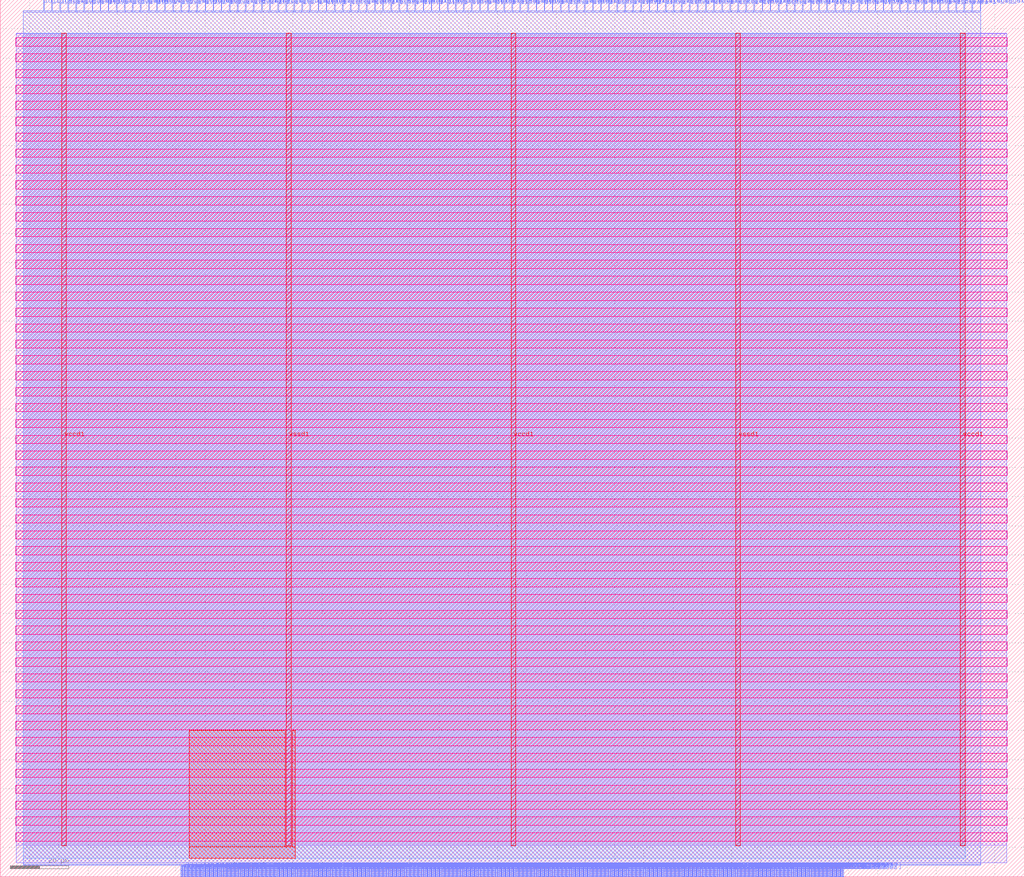
<source format=lef>
VERSION 5.7 ;
  NOWIREEXTENSIONATPIN ON ;
  DIVIDERCHAR "/" ;
  BUSBITCHARS "[]" ;
MACRO pixel_macro
  CLASS BLOCK ;
  FOREIGN pixel_macro ;
  ORIGIN 0.000 0.000 ;
  SIZE 350.000 BY 300.000 ;
  PIN io_in[0]
    DIRECTION INPUT ;
    USE SIGNAL ;
    PORT
      LAYER met2 ;
        RECT 14.810 296.000 15.090 300.000 ;
    END
  END io_in[0]
  PIN io_in[10]
    DIRECTION INPUT ;
    USE SIGNAL ;
    PORT
      LAYER met2 ;
        RECT 97.610 296.000 97.890 300.000 ;
    END
  END io_in[10]
  PIN io_in[11]
    DIRECTION INPUT ;
    USE SIGNAL ;
    PORT
      LAYER met2 ;
        RECT 105.890 296.000 106.170 300.000 ;
    END
  END io_in[11]
  PIN io_in[12]
    DIRECTION INPUT ;
    USE SIGNAL ;
    PORT
      LAYER met2 ;
        RECT 114.170 296.000 114.450 300.000 ;
    END
  END io_in[12]
  PIN io_in[13]
    DIRECTION INPUT ;
    USE SIGNAL ;
    PORT
      LAYER met2 ;
        RECT 122.450 296.000 122.730 300.000 ;
    END
  END io_in[13]
  PIN io_in[14]
    DIRECTION INPUT ;
    USE SIGNAL ;
    PORT
      LAYER met2 ;
        RECT 130.730 296.000 131.010 300.000 ;
    END
  END io_in[14]
  PIN io_in[15]
    DIRECTION INPUT ;
    USE SIGNAL ;
    PORT
      LAYER met2 ;
        RECT 139.010 296.000 139.290 300.000 ;
    END
  END io_in[15]
  PIN io_in[16]
    DIRECTION INPUT ;
    USE SIGNAL ;
    PORT
      LAYER met2 ;
        RECT 147.290 296.000 147.570 300.000 ;
    END
  END io_in[16]
  PIN io_in[17]
    DIRECTION INPUT ;
    USE SIGNAL ;
    PORT
      LAYER met2 ;
        RECT 155.570 296.000 155.850 300.000 ;
    END
  END io_in[17]
  PIN io_in[18]
    DIRECTION INPUT ;
    USE SIGNAL ;
    PORT
      LAYER met2 ;
        RECT 163.850 296.000 164.130 300.000 ;
    END
  END io_in[18]
  PIN io_in[19]
    DIRECTION INPUT ;
    USE SIGNAL ;
    PORT
      LAYER met2 ;
        RECT 172.130 296.000 172.410 300.000 ;
    END
  END io_in[19]
  PIN io_in[1]
    DIRECTION INPUT ;
    USE SIGNAL ;
    PORT
      LAYER met2 ;
        RECT 23.090 296.000 23.370 300.000 ;
    END
  END io_in[1]
  PIN io_in[20]
    DIRECTION INPUT ;
    USE SIGNAL ;
    PORT
      LAYER met2 ;
        RECT 180.410 296.000 180.690 300.000 ;
    END
  END io_in[20]
  PIN io_in[21]
    DIRECTION INPUT ;
    USE SIGNAL ;
    PORT
      LAYER met2 ;
        RECT 188.690 296.000 188.970 300.000 ;
    END
  END io_in[21]
  PIN io_in[22]
    DIRECTION INPUT ;
    USE SIGNAL ;
    PORT
      LAYER met2 ;
        RECT 196.970 296.000 197.250 300.000 ;
    END
  END io_in[22]
  PIN io_in[23]
    DIRECTION INPUT ;
    USE SIGNAL ;
    PORT
      LAYER met2 ;
        RECT 205.250 296.000 205.530 300.000 ;
    END
  END io_in[23]
  PIN io_in[24]
    DIRECTION INPUT ;
    USE SIGNAL ;
    PORT
      LAYER met2 ;
        RECT 213.530 296.000 213.810 300.000 ;
    END
  END io_in[24]
  PIN io_in[25]
    DIRECTION INPUT ;
    USE SIGNAL ;
    PORT
      LAYER met2 ;
        RECT 221.810 296.000 222.090 300.000 ;
    END
  END io_in[25]
  PIN io_in[26]
    DIRECTION INPUT ;
    USE SIGNAL ;
    PORT
      LAYER met2 ;
        RECT 230.090 296.000 230.370 300.000 ;
    END
  END io_in[26]
  PIN io_in[27]
    DIRECTION INPUT ;
    USE SIGNAL ;
    PORT
      LAYER met2 ;
        RECT 238.370 296.000 238.650 300.000 ;
    END
  END io_in[27]
  PIN io_in[28]
    DIRECTION INPUT ;
    USE SIGNAL ;
    PORT
      LAYER met2 ;
        RECT 246.650 296.000 246.930 300.000 ;
    END
  END io_in[28]
  PIN io_in[29]
    DIRECTION INPUT ;
    USE SIGNAL ;
    PORT
      LAYER met2 ;
        RECT 254.930 296.000 255.210 300.000 ;
    END
  END io_in[29]
  PIN io_in[2]
    DIRECTION INPUT ;
    USE SIGNAL ;
    PORT
      LAYER met2 ;
        RECT 31.370 296.000 31.650 300.000 ;
    END
  END io_in[2]
  PIN io_in[30]
    DIRECTION INPUT ;
    USE SIGNAL ;
    PORT
      LAYER met2 ;
        RECT 263.210 296.000 263.490 300.000 ;
    END
  END io_in[30]
  PIN io_in[31]
    DIRECTION INPUT ;
    USE SIGNAL ;
    PORT
      LAYER met2 ;
        RECT 271.490 296.000 271.770 300.000 ;
    END
  END io_in[31]
  PIN io_in[32]
    DIRECTION INPUT ;
    USE SIGNAL ;
    PORT
      LAYER met2 ;
        RECT 279.770 296.000 280.050 300.000 ;
    END
  END io_in[32]
  PIN io_in[33]
    DIRECTION INPUT ;
    USE SIGNAL ;
    PORT
      LAYER met2 ;
        RECT 288.050 296.000 288.330 300.000 ;
    END
  END io_in[33]
  PIN io_in[34]
    DIRECTION INPUT ;
    USE SIGNAL ;
    PORT
      LAYER met2 ;
        RECT 296.330 296.000 296.610 300.000 ;
    END
  END io_in[34]
  PIN io_in[35]
    DIRECTION INPUT ;
    USE SIGNAL ;
    PORT
      LAYER met2 ;
        RECT 304.610 296.000 304.890 300.000 ;
    END
  END io_in[35]
  PIN io_in[36]
    DIRECTION INPUT ;
    USE SIGNAL ;
    PORT
      LAYER met2 ;
        RECT 312.890 296.000 313.170 300.000 ;
    END
  END io_in[36]
  PIN io_in[37]
    DIRECTION INPUT ;
    USE SIGNAL ;
    PORT
      LAYER met2 ;
        RECT 321.170 296.000 321.450 300.000 ;
    END
  END io_in[37]
  PIN io_in[3]
    DIRECTION INPUT ;
    USE SIGNAL ;
    PORT
      LAYER met2 ;
        RECT 39.650 296.000 39.930 300.000 ;
    END
  END io_in[3]
  PIN io_in[4]
    DIRECTION INPUT ;
    USE SIGNAL ;
    PORT
      LAYER met2 ;
        RECT 47.930 296.000 48.210 300.000 ;
    END
  END io_in[4]
  PIN io_in[5]
    DIRECTION INPUT ;
    USE SIGNAL ;
    PORT
      LAYER met2 ;
        RECT 56.210 296.000 56.490 300.000 ;
    END
  END io_in[5]
  PIN io_in[6]
    DIRECTION INPUT ;
    USE SIGNAL ;
    PORT
      LAYER met2 ;
        RECT 64.490 296.000 64.770 300.000 ;
    END
  END io_in[6]
  PIN io_in[7]
    DIRECTION INPUT ;
    USE SIGNAL ;
    PORT
      LAYER met2 ;
        RECT 72.770 296.000 73.050 300.000 ;
    END
  END io_in[7]
  PIN io_in[8]
    DIRECTION INPUT ;
    USE SIGNAL ;
    PORT
      LAYER met2 ;
        RECT 81.050 296.000 81.330 300.000 ;
    END
  END io_in[8]
  PIN io_in[9]
    DIRECTION INPUT ;
    USE SIGNAL ;
    PORT
      LAYER met2 ;
        RECT 89.330 296.000 89.610 300.000 ;
    END
  END io_in[9]
  PIN io_oeb[0]
    DIRECTION OUTPUT TRISTATE ;
    USE SIGNAL ;
    PORT
      LAYER met2 ;
        RECT 17.570 296.000 17.850 300.000 ;
    END
  END io_oeb[0]
  PIN io_oeb[10]
    DIRECTION OUTPUT TRISTATE ;
    USE SIGNAL ;
    PORT
      LAYER met2 ;
        RECT 100.370 296.000 100.650 300.000 ;
    END
  END io_oeb[10]
  PIN io_oeb[11]
    DIRECTION OUTPUT TRISTATE ;
    USE SIGNAL ;
    PORT
      LAYER met2 ;
        RECT 108.650 296.000 108.930 300.000 ;
    END
  END io_oeb[11]
  PIN io_oeb[12]
    DIRECTION OUTPUT TRISTATE ;
    USE SIGNAL ;
    PORT
      LAYER met2 ;
        RECT 116.930 296.000 117.210 300.000 ;
    END
  END io_oeb[12]
  PIN io_oeb[13]
    DIRECTION OUTPUT TRISTATE ;
    USE SIGNAL ;
    PORT
      LAYER met2 ;
        RECT 125.210 296.000 125.490 300.000 ;
    END
  END io_oeb[13]
  PIN io_oeb[14]
    DIRECTION OUTPUT TRISTATE ;
    USE SIGNAL ;
    PORT
      LAYER met2 ;
        RECT 133.490 296.000 133.770 300.000 ;
    END
  END io_oeb[14]
  PIN io_oeb[15]
    DIRECTION OUTPUT TRISTATE ;
    USE SIGNAL ;
    PORT
      LAYER met2 ;
        RECT 141.770 296.000 142.050 300.000 ;
    END
  END io_oeb[15]
  PIN io_oeb[16]
    DIRECTION OUTPUT TRISTATE ;
    USE SIGNAL ;
    PORT
      LAYER met2 ;
        RECT 150.050 296.000 150.330 300.000 ;
    END
  END io_oeb[16]
  PIN io_oeb[17]
    DIRECTION OUTPUT TRISTATE ;
    USE SIGNAL ;
    PORT
      LAYER met2 ;
        RECT 158.330 296.000 158.610 300.000 ;
    END
  END io_oeb[17]
  PIN io_oeb[18]
    DIRECTION OUTPUT TRISTATE ;
    USE SIGNAL ;
    PORT
      LAYER met2 ;
        RECT 166.610 296.000 166.890 300.000 ;
    END
  END io_oeb[18]
  PIN io_oeb[19]
    DIRECTION OUTPUT TRISTATE ;
    USE SIGNAL ;
    PORT
      LAYER met2 ;
        RECT 174.890 296.000 175.170 300.000 ;
    END
  END io_oeb[19]
  PIN io_oeb[1]
    DIRECTION OUTPUT TRISTATE ;
    USE SIGNAL ;
    PORT
      LAYER met2 ;
        RECT 25.850 296.000 26.130 300.000 ;
    END
  END io_oeb[1]
  PIN io_oeb[20]
    DIRECTION OUTPUT TRISTATE ;
    USE SIGNAL ;
    PORT
      LAYER met2 ;
        RECT 183.170 296.000 183.450 300.000 ;
    END
  END io_oeb[20]
  PIN io_oeb[21]
    DIRECTION OUTPUT TRISTATE ;
    USE SIGNAL ;
    PORT
      LAYER met2 ;
        RECT 191.450 296.000 191.730 300.000 ;
    END
  END io_oeb[21]
  PIN io_oeb[22]
    DIRECTION OUTPUT TRISTATE ;
    USE SIGNAL ;
    PORT
      LAYER met2 ;
        RECT 199.730 296.000 200.010 300.000 ;
    END
  END io_oeb[22]
  PIN io_oeb[23]
    DIRECTION OUTPUT TRISTATE ;
    USE SIGNAL ;
    PORT
      LAYER met2 ;
        RECT 208.010 296.000 208.290 300.000 ;
    END
  END io_oeb[23]
  PIN io_oeb[24]
    DIRECTION OUTPUT TRISTATE ;
    USE SIGNAL ;
    PORT
      LAYER met2 ;
        RECT 216.290 296.000 216.570 300.000 ;
    END
  END io_oeb[24]
  PIN io_oeb[25]
    DIRECTION OUTPUT TRISTATE ;
    USE SIGNAL ;
    PORT
      LAYER met2 ;
        RECT 224.570 296.000 224.850 300.000 ;
    END
  END io_oeb[25]
  PIN io_oeb[26]
    DIRECTION OUTPUT TRISTATE ;
    USE SIGNAL ;
    PORT
      LAYER met2 ;
        RECT 232.850 296.000 233.130 300.000 ;
    END
  END io_oeb[26]
  PIN io_oeb[27]
    DIRECTION OUTPUT TRISTATE ;
    USE SIGNAL ;
    PORT
      LAYER met2 ;
        RECT 241.130 296.000 241.410 300.000 ;
    END
  END io_oeb[27]
  PIN io_oeb[28]
    DIRECTION OUTPUT TRISTATE ;
    USE SIGNAL ;
    PORT
      LAYER met2 ;
        RECT 249.410 296.000 249.690 300.000 ;
    END
  END io_oeb[28]
  PIN io_oeb[29]
    DIRECTION OUTPUT TRISTATE ;
    USE SIGNAL ;
    PORT
      LAYER met2 ;
        RECT 257.690 296.000 257.970 300.000 ;
    END
  END io_oeb[29]
  PIN io_oeb[2]
    DIRECTION OUTPUT TRISTATE ;
    USE SIGNAL ;
    PORT
      LAYER met2 ;
        RECT 34.130 296.000 34.410 300.000 ;
    END
  END io_oeb[2]
  PIN io_oeb[30]
    DIRECTION OUTPUT TRISTATE ;
    USE SIGNAL ;
    PORT
      LAYER met2 ;
        RECT 265.970 296.000 266.250 300.000 ;
    END
  END io_oeb[30]
  PIN io_oeb[31]
    DIRECTION OUTPUT TRISTATE ;
    USE SIGNAL ;
    PORT
      LAYER met2 ;
        RECT 274.250 296.000 274.530 300.000 ;
    END
  END io_oeb[31]
  PIN io_oeb[32]
    DIRECTION OUTPUT TRISTATE ;
    USE SIGNAL ;
    PORT
      LAYER met2 ;
        RECT 282.530 296.000 282.810 300.000 ;
    END
  END io_oeb[32]
  PIN io_oeb[33]
    DIRECTION OUTPUT TRISTATE ;
    USE SIGNAL ;
    PORT
      LAYER met2 ;
        RECT 290.810 296.000 291.090 300.000 ;
    END
  END io_oeb[33]
  PIN io_oeb[34]
    DIRECTION OUTPUT TRISTATE ;
    USE SIGNAL ;
    PORT
      LAYER met2 ;
        RECT 299.090 296.000 299.370 300.000 ;
    END
  END io_oeb[34]
  PIN io_oeb[35]
    DIRECTION OUTPUT TRISTATE ;
    USE SIGNAL ;
    PORT
      LAYER met2 ;
        RECT 307.370 296.000 307.650 300.000 ;
    END
  END io_oeb[35]
  PIN io_oeb[36]
    DIRECTION OUTPUT TRISTATE ;
    USE SIGNAL ;
    PORT
      LAYER met2 ;
        RECT 315.650 296.000 315.930 300.000 ;
    END
  END io_oeb[36]
  PIN io_oeb[37]
    DIRECTION OUTPUT TRISTATE ;
    USE SIGNAL ;
    PORT
      LAYER met2 ;
        RECT 323.930 296.000 324.210 300.000 ;
    END
  END io_oeb[37]
  PIN io_oeb[3]
    DIRECTION OUTPUT TRISTATE ;
    USE SIGNAL ;
    PORT
      LAYER met2 ;
        RECT 42.410 296.000 42.690 300.000 ;
    END
  END io_oeb[3]
  PIN io_oeb[4]
    DIRECTION OUTPUT TRISTATE ;
    USE SIGNAL ;
    PORT
      LAYER met2 ;
        RECT 50.690 296.000 50.970 300.000 ;
    END
  END io_oeb[4]
  PIN io_oeb[5]
    DIRECTION OUTPUT TRISTATE ;
    USE SIGNAL ;
    PORT
      LAYER met2 ;
        RECT 58.970 296.000 59.250 300.000 ;
    END
  END io_oeb[5]
  PIN io_oeb[6]
    DIRECTION OUTPUT TRISTATE ;
    USE SIGNAL ;
    PORT
      LAYER met2 ;
        RECT 67.250 296.000 67.530 300.000 ;
    END
  END io_oeb[6]
  PIN io_oeb[7]
    DIRECTION OUTPUT TRISTATE ;
    USE SIGNAL ;
    PORT
      LAYER met2 ;
        RECT 75.530 296.000 75.810 300.000 ;
    END
  END io_oeb[7]
  PIN io_oeb[8]
    DIRECTION OUTPUT TRISTATE ;
    USE SIGNAL ;
    PORT
      LAYER met2 ;
        RECT 83.810 296.000 84.090 300.000 ;
    END
  END io_oeb[8]
  PIN io_oeb[9]
    DIRECTION OUTPUT TRISTATE ;
    USE SIGNAL ;
    PORT
      LAYER met2 ;
        RECT 92.090 296.000 92.370 300.000 ;
    END
  END io_oeb[9]
  PIN io_out[0]
    DIRECTION OUTPUT TRISTATE ;
    USE SIGNAL ;
    PORT
      LAYER met2 ;
        RECT 20.330 296.000 20.610 300.000 ;
    END
  END io_out[0]
  PIN io_out[10]
    DIRECTION OUTPUT TRISTATE ;
    USE SIGNAL ;
    PORT
      LAYER met2 ;
        RECT 103.130 296.000 103.410 300.000 ;
    END
  END io_out[10]
  PIN io_out[11]
    DIRECTION OUTPUT TRISTATE ;
    USE SIGNAL ;
    PORT
      LAYER met2 ;
        RECT 111.410 296.000 111.690 300.000 ;
    END
  END io_out[11]
  PIN io_out[12]
    DIRECTION OUTPUT TRISTATE ;
    USE SIGNAL ;
    PORT
      LAYER met2 ;
        RECT 119.690 296.000 119.970 300.000 ;
    END
  END io_out[12]
  PIN io_out[13]
    DIRECTION OUTPUT TRISTATE ;
    USE SIGNAL ;
    PORT
      LAYER met2 ;
        RECT 127.970 296.000 128.250 300.000 ;
    END
  END io_out[13]
  PIN io_out[14]
    DIRECTION OUTPUT TRISTATE ;
    USE SIGNAL ;
    PORT
      LAYER met2 ;
        RECT 136.250 296.000 136.530 300.000 ;
    END
  END io_out[14]
  PIN io_out[15]
    DIRECTION OUTPUT TRISTATE ;
    USE SIGNAL ;
    PORT
      LAYER met2 ;
        RECT 144.530 296.000 144.810 300.000 ;
    END
  END io_out[15]
  PIN io_out[16]
    DIRECTION OUTPUT TRISTATE ;
    USE SIGNAL ;
    PORT
      LAYER met2 ;
        RECT 152.810 296.000 153.090 300.000 ;
    END
  END io_out[16]
  PIN io_out[17]
    DIRECTION OUTPUT TRISTATE ;
    USE SIGNAL ;
    PORT
      LAYER met2 ;
        RECT 161.090 296.000 161.370 300.000 ;
    END
  END io_out[17]
  PIN io_out[18]
    DIRECTION OUTPUT TRISTATE ;
    USE SIGNAL ;
    PORT
      LAYER met2 ;
        RECT 169.370 296.000 169.650 300.000 ;
    END
  END io_out[18]
  PIN io_out[19]
    DIRECTION OUTPUT TRISTATE ;
    USE SIGNAL ;
    PORT
      LAYER met2 ;
        RECT 177.650 296.000 177.930 300.000 ;
    END
  END io_out[19]
  PIN io_out[1]
    DIRECTION OUTPUT TRISTATE ;
    USE SIGNAL ;
    PORT
      LAYER met2 ;
        RECT 28.610 296.000 28.890 300.000 ;
    END
  END io_out[1]
  PIN io_out[20]
    DIRECTION OUTPUT TRISTATE ;
    USE SIGNAL ;
    PORT
      LAYER met2 ;
        RECT 185.930 296.000 186.210 300.000 ;
    END
  END io_out[20]
  PIN io_out[21]
    DIRECTION OUTPUT TRISTATE ;
    USE SIGNAL ;
    PORT
      LAYER met2 ;
        RECT 194.210 296.000 194.490 300.000 ;
    END
  END io_out[21]
  PIN io_out[22]
    DIRECTION OUTPUT TRISTATE ;
    USE SIGNAL ;
    PORT
      LAYER met2 ;
        RECT 202.490 296.000 202.770 300.000 ;
    END
  END io_out[22]
  PIN io_out[23]
    DIRECTION OUTPUT TRISTATE ;
    USE SIGNAL ;
    PORT
      LAYER met2 ;
        RECT 210.770 296.000 211.050 300.000 ;
    END
  END io_out[23]
  PIN io_out[24]
    DIRECTION OUTPUT TRISTATE ;
    USE SIGNAL ;
    PORT
      LAYER met2 ;
        RECT 219.050 296.000 219.330 300.000 ;
    END
  END io_out[24]
  PIN io_out[25]
    DIRECTION OUTPUT TRISTATE ;
    USE SIGNAL ;
    PORT
      LAYER met2 ;
        RECT 227.330 296.000 227.610 300.000 ;
    END
  END io_out[25]
  PIN io_out[26]
    DIRECTION OUTPUT TRISTATE ;
    USE SIGNAL ;
    PORT
      LAYER met2 ;
        RECT 235.610 296.000 235.890 300.000 ;
    END
  END io_out[26]
  PIN io_out[27]
    DIRECTION OUTPUT TRISTATE ;
    USE SIGNAL ;
    PORT
      LAYER met2 ;
        RECT 243.890 296.000 244.170 300.000 ;
    END
  END io_out[27]
  PIN io_out[28]
    DIRECTION OUTPUT TRISTATE ;
    USE SIGNAL ;
    PORT
      LAYER met2 ;
        RECT 252.170 296.000 252.450 300.000 ;
    END
  END io_out[28]
  PIN io_out[29]
    DIRECTION OUTPUT TRISTATE ;
    USE SIGNAL ;
    PORT
      LAYER met2 ;
        RECT 260.450 296.000 260.730 300.000 ;
    END
  END io_out[29]
  PIN io_out[2]
    DIRECTION OUTPUT TRISTATE ;
    USE SIGNAL ;
    PORT
      LAYER met2 ;
        RECT 36.890 296.000 37.170 300.000 ;
    END
  END io_out[2]
  PIN io_out[30]
    DIRECTION OUTPUT TRISTATE ;
    USE SIGNAL ;
    PORT
      LAYER met2 ;
        RECT 268.730 296.000 269.010 300.000 ;
    END
  END io_out[30]
  PIN io_out[31]
    DIRECTION OUTPUT TRISTATE ;
    USE SIGNAL ;
    PORT
      LAYER met2 ;
        RECT 277.010 296.000 277.290 300.000 ;
    END
  END io_out[31]
  PIN io_out[32]
    DIRECTION OUTPUT TRISTATE ;
    USE SIGNAL ;
    PORT
      LAYER met2 ;
        RECT 285.290 296.000 285.570 300.000 ;
    END
  END io_out[32]
  PIN io_out[33]
    DIRECTION OUTPUT TRISTATE ;
    USE SIGNAL ;
    PORT
      LAYER met2 ;
        RECT 293.570 296.000 293.850 300.000 ;
    END
  END io_out[33]
  PIN io_out[34]
    DIRECTION OUTPUT TRISTATE ;
    USE SIGNAL ;
    PORT
      LAYER met2 ;
        RECT 301.850 296.000 302.130 300.000 ;
    END
  END io_out[34]
  PIN io_out[35]
    DIRECTION OUTPUT TRISTATE ;
    USE SIGNAL ;
    PORT
      LAYER met2 ;
        RECT 310.130 296.000 310.410 300.000 ;
    END
  END io_out[35]
  PIN io_out[36]
    DIRECTION OUTPUT TRISTATE ;
    USE SIGNAL ;
    PORT
      LAYER met2 ;
        RECT 318.410 296.000 318.690 300.000 ;
    END
  END io_out[36]
  PIN io_out[37]
    DIRECTION OUTPUT TRISTATE ;
    USE SIGNAL ;
    PORT
      LAYER met2 ;
        RECT 326.690 296.000 326.970 300.000 ;
    END
  END io_out[37]
  PIN io_out[3]
    DIRECTION OUTPUT TRISTATE ;
    USE SIGNAL ;
    PORT
      LAYER met2 ;
        RECT 45.170 296.000 45.450 300.000 ;
    END
  END io_out[3]
  PIN io_out[4]
    DIRECTION OUTPUT TRISTATE ;
    USE SIGNAL ;
    PORT
      LAYER met2 ;
        RECT 53.450 296.000 53.730 300.000 ;
    END
  END io_out[4]
  PIN io_out[5]
    DIRECTION OUTPUT TRISTATE ;
    USE SIGNAL ;
    PORT
      LAYER met2 ;
        RECT 61.730 296.000 62.010 300.000 ;
    END
  END io_out[5]
  PIN io_out[6]
    DIRECTION OUTPUT TRISTATE ;
    USE SIGNAL ;
    PORT
      LAYER met2 ;
        RECT 70.010 296.000 70.290 300.000 ;
    END
  END io_out[6]
  PIN io_out[7]
    DIRECTION OUTPUT TRISTATE ;
    USE SIGNAL ;
    PORT
      LAYER met2 ;
        RECT 78.290 296.000 78.570 300.000 ;
    END
  END io_out[7]
  PIN io_out[8]
    DIRECTION OUTPUT TRISTATE ;
    USE SIGNAL ;
    PORT
      LAYER met2 ;
        RECT 86.570 296.000 86.850 300.000 ;
    END
  END io_out[8]
  PIN io_out[9]
    DIRECTION OUTPUT TRISTATE ;
    USE SIGNAL ;
    PORT
      LAYER met2 ;
        RECT 94.850 296.000 95.130 300.000 ;
    END
  END io_out[9]
  PIN irq[0]
    DIRECTION OUTPUT TRISTATE ;
    USE SIGNAL ;
    PORT
      LAYER met2 ;
        RECT 287.130 0.000 287.410 4.000 ;
    END
  END irq[0]
  PIN irq[1]
    DIRECTION OUTPUT TRISTATE ;
    USE SIGNAL ;
    PORT
      LAYER met2 ;
        RECT 287.590 0.000 287.870 4.000 ;
    END
  END irq[1]
  PIN irq[2]
    DIRECTION OUTPUT TRISTATE ;
    USE SIGNAL ;
    PORT
      LAYER met2 ;
        RECT 288.050 0.000 288.330 4.000 ;
    END
  END irq[2]
  PIN la_data_in[0]
    DIRECTION INPUT ;
    USE SIGNAL ;
    PORT
      LAYER met2 ;
        RECT 110.490 0.000 110.770 4.000 ;
    END
  END la_data_in[0]
  PIN la_data_in[100]
    DIRECTION INPUT ;
    USE SIGNAL ;
    PORT
      LAYER met2 ;
        RECT 248.490 0.000 248.770 4.000 ;
    END
  END la_data_in[100]
  PIN la_data_in[101]
    DIRECTION INPUT ;
    USE SIGNAL ;
    PORT
      LAYER met2 ;
        RECT 249.870 0.000 250.150 4.000 ;
    END
  END la_data_in[101]
  PIN la_data_in[102]
    DIRECTION INPUT ;
    USE SIGNAL ;
    PORT
      LAYER met2 ;
        RECT 251.250 0.000 251.530 4.000 ;
    END
  END la_data_in[102]
  PIN la_data_in[103]
    DIRECTION INPUT ;
    USE SIGNAL ;
    PORT
      LAYER met2 ;
        RECT 252.630 0.000 252.910 4.000 ;
    END
  END la_data_in[103]
  PIN la_data_in[104]
    DIRECTION INPUT ;
    USE SIGNAL ;
    PORT
      LAYER met2 ;
        RECT 254.010 0.000 254.290 4.000 ;
    END
  END la_data_in[104]
  PIN la_data_in[105]
    DIRECTION INPUT ;
    USE SIGNAL ;
    PORT
      LAYER met2 ;
        RECT 255.390 0.000 255.670 4.000 ;
    END
  END la_data_in[105]
  PIN la_data_in[106]
    DIRECTION INPUT ;
    USE SIGNAL ;
    PORT
      LAYER met2 ;
        RECT 256.770 0.000 257.050 4.000 ;
    END
  END la_data_in[106]
  PIN la_data_in[107]
    DIRECTION INPUT ;
    USE SIGNAL ;
    PORT
      LAYER met2 ;
        RECT 258.150 0.000 258.430 4.000 ;
    END
  END la_data_in[107]
  PIN la_data_in[108]
    DIRECTION INPUT ;
    USE SIGNAL ;
    PORT
      LAYER met2 ;
        RECT 259.530 0.000 259.810 4.000 ;
    END
  END la_data_in[108]
  PIN la_data_in[109]
    DIRECTION INPUT ;
    USE SIGNAL ;
    PORT
      LAYER met2 ;
        RECT 260.910 0.000 261.190 4.000 ;
    END
  END la_data_in[109]
  PIN la_data_in[10]
    DIRECTION INPUT ;
    USE SIGNAL ;
    PORT
      LAYER met2 ;
        RECT 124.290 0.000 124.570 4.000 ;
    END
  END la_data_in[10]
  PIN la_data_in[110]
    DIRECTION INPUT ;
    USE SIGNAL ;
    PORT
      LAYER met2 ;
        RECT 262.290 0.000 262.570 4.000 ;
    END
  END la_data_in[110]
  PIN la_data_in[111]
    DIRECTION INPUT ;
    USE SIGNAL ;
    PORT
      LAYER met2 ;
        RECT 263.670 0.000 263.950 4.000 ;
    END
  END la_data_in[111]
  PIN la_data_in[112]
    DIRECTION INPUT ;
    USE SIGNAL ;
    PORT
      LAYER met2 ;
        RECT 265.050 0.000 265.330 4.000 ;
    END
  END la_data_in[112]
  PIN la_data_in[113]
    DIRECTION INPUT ;
    USE SIGNAL ;
    PORT
      LAYER met2 ;
        RECT 266.430 0.000 266.710 4.000 ;
    END
  END la_data_in[113]
  PIN la_data_in[114]
    DIRECTION INPUT ;
    USE SIGNAL ;
    PORT
      LAYER met2 ;
        RECT 267.810 0.000 268.090 4.000 ;
    END
  END la_data_in[114]
  PIN la_data_in[115]
    DIRECTION INPUT ;
    USE SIGNAL ;
    PORT
      LAYER met2 ;
        RECT 269.190 0.000 269.470 4.000 ;
    END
  END la_data_in[115]
  PIN la_data_in[116]
    DIRECTION INPUT ;
    USE SIGNAL ;
    PORT
      LAYER met2 ;
        RECT 270.570 0.000 270.850 4.000 ;
    END
  END la_data_in[116]
  PIN la_data_in[117]
    DIRECTION INPUT ;
    USE SIGNAL ;
    PORT
      LAYER met2 ;
        RECT 271.950 0.000 272.230 4.000 ;
    END
  END la_data_in[117]
  PIN la_data_in[118]
    DIRECTION INPUT ;
    USE SIGNAL ;
    PORT
      LAYER met2 ;
        RECT 273.330 0.000 273.610 4.000 ;
    END
  END la_data_in[118]
  PIN la_data_in[119]
    DIRECTION INPUT ;
    USE SIGNAL ;
    PORT
      LAYER met2 ;
        RECT 274.710 0.000 274.990 4.000 ;
    END
  END la_data_in[119]
  PIN la_data_in[11]
    DIRECTION INPUT ;
    USE SIGNAL ;
    PORT
      LAYER met2 ;
        RECT 125.670 0.000 125.950 4.000 ;
    END
  END la_data_in[11]
  PIN la_data_in[120]
    DIRECTION INPUT ;
    USE SIGNAL ;
    PORT
      LAYER met2 ;
        RECT 276.090 0.000 276.370 4.000 ;
    END
  END la_data_in[120]
  PIN la_data_in[121]
    DIRECTION INPUT ;
    USE SIGNAL ;
    PORT
      LAYER met2 ;
        RECT 277.470 0.000 277.750 4.000 ;
    END
  END la_data_in[121]
  PIN la_data_in[122]
    DIRECTION INPUT ;
    USE SIGNAL ;
    PORT
      LAYER met2 ;
        RECT 278.850 0.000 279.130 4.000 ;
    END
  END la_data_in[122]
  PIN la_data_in[123]
    DIRECTION INPUT ;
    USE SIGNAL ;
    PORT
      LAYER met2 ;
        RECT 280.230 0.000 280.510 4.000 ;
    END
  END la_data_in[123]
  PIN la_data_in[124]
    DIRECTION INPUT ;
    USE SIGNAL ;
    PORT
      LAYER met2 ;
        RECT 281.610 0.000 281.890 4.000 ;
    END
  END la_data_in[124]
  PIN la_data_in[125]
    DIRECTION INPUT ;
    USE SIGNAL ;
    PORT
      LAYER met2 ;
        RECT 282.990 0.000 283.270 4.000 ;
    END
  END la_data_in[125]
  PIN la_data_in[126]
    DIRECTION INPUT ;
    USE SIGNAL ;
    PORT
      LAYER met2 ;
        RECT 284.370 0.000 284.650 4.000 ;
    END
  END la_data_in[126]
  PIN la_data_in[127]
    DIRECTION INPUT ;
    USE SIGNAL ;
    PORT
      LAYER met2 ;
        RECT 285.750 0.000 286.030 4.000 ;
    END
  END la_data_in[127]
  PIN la_data_in[12]
    DIRECTION INPUT ;
    USE SIGNAL ;
    PORT
      LAYER met2 ;
        RECT 127.050 0.000 127.330 4.000 ;
    END
  END la_data_in[12]
  PIN la_data_in[13]
    DIRECTION INPUT ;
    USE SIGNAL ;
    PORT
      LAYER met2 ;
        RECT 128.430 0.000 128.710 4.000 ;
    END
  END la_data_in[13]
  PIN la_data_in[14]
    DIRECTION INPUT ;
    USE SIGNAL ;
    PORT
      LAYER met2 ;
        RECT 129.810 0.000 130.090 4.000 ;
    END
  END la_data_in[14]
  PIN la_data_in[15]
    DIRECTION INPUT ;
    USE SIGNAL ;
    PORT
      LAYER met2 ;
        RECT 131.190 0.000 131.470 4.000 ;
    END
  END la_data_in[15]
  PIN la_data_in[16]
    DIRECTION INPUT ;
    USE SIGNAL ;
    PORT
      LAYER met2 ;
        RECT 132.570 0.000 132.850 4.000 ;
    END
  END la_data_in[16]
  PIN la_data_in[17]
    DIRECTION INPUT ;
    USE SIGNAL ;
    PORT
      LAYER met2 ;
        RECT 133.950 0.000 134.230 4.000 ;
    END
  END la_data_in[17]
  PIN la_data_in[18]
    DIRECTION INPUT ;
    USE SIGNAL ;
    PORT
      LAYER met2 ;
        RECT 135.330 0.000 135.610 4.000 ;
    END
  END la_data_in[18]
  PIN la_data_in[19]
    DIRECTION INPUT ;
    USE SIGNAL ;
    PORT
      LAYER met2 ;
        RECT 136.710 0.000 136.990 4.000 ;
    END
  END la_data_in[19]
  PIN la_data_in[1]
    DIRECTION INPUT ;
    USE SIGNAL ;
    PORT
      LAYER met2 ;
        RECT 111.870 0.000 112.150 4.000 ;
    END
  END la_data_in[1]
  PIN la_data_in[20]
    DIRECTION INPUT ;
    USE SIGNAL ;
    PORT
      LAYER met2 ;
        RECT 138.090 0.000 138.370 4.000 ;
    END
  END la_data_in[20]
  PIN la_data_in[21]
    DIRECTION INPUT ;
    USE SIGNAL ;
    PORT
      LAYER met2 ;
        RECT 139.470 0.000 139.750 4.000 ;
    END
  END la_data_in[21]
  PIN la_data_in[22]
    DIRECTION INPUT ;
    USE SIGNAL ;
    PORT
      LAYER met2 ;
        RECT 140.850 0.000 141.130 4.000 ;
    END
  END la_data_in[22]
  PIN la_data_in[23]
    DIRECTION INPUT ;
    USE SIGNAL ;
    PORT
      LAYER met2 ;
        RECT 142.230 0.000 142.510 4.000 ;
    END
  END la_data_in[23]
  PIN la_data_in[24]
    DIRECTION INPUT ;
    USE SIGNAL ;
    PORT
      LAYER met2 ;
        RECT 143.610 0.000 143.890 4.000 ;
    END
  END la_data_in[24]
  PIN la_data_in[25]
    DIRECTION INPUT ;
    USE SIGNAL ;
    PORT
      LAYER met2 ;
        RECT 144.990 0.000 145.270 4.000 ;
    END
  END la_data_in[25]
  PIN la_data_in[26]
    DIRECTION INPUT ;
    USE SIGNAL ;
    PORT
      LAYER met2 ;
        RECT 146.370 0.000 146.650 4.000 ;
    END
  END la_data_in[26]
  PIN la_data_in[27]
    DIRECTION INPUT ;
    USE SIGNAL ;
    PORT
      LAYER met2 ;
        RECT 147.750 0.000 148.030 4.000 ;
    END
  END la_data_in[27]
  PIN la_data_in[28]
    DIRECTION INPUT ;
    USE SIGNAL ;
    PORT
      LAYER met2 ;
        RECT 149.130 0.000 149.410 4.000 ;
    END
  END la_data_in[28]
  PIN la_data_in[29]
    DIRECTION INPUT ;
    USE SIGNAL ;
    PORT
      LAYER met2 ;
        RECT 150.510 0.000 150.790 4.000 ;
    END
  END la_data_in[29]
  PIN la_data_in[2]
    DIRECTION INPUT ;
    USE SIGNAL ;
    PORT
      LAYER met2 ;
        RECT 113.250 0.000 113.530 4.000 ;
    END
  END la_data_in[2]
  PIN la_data_in[30]
    DIRECTION INPUT ;
    USE SIGNAL ;
    PORT
      LAYER met2 ;
        RECT 151.890 0.000 152.170 4.000 ;
    END
  END la_data_in[30]
  PIN la_data_in[31]
    DIRECTION INPUT ;
    USE SIGNAL ;
    PORT
      LAYER met2 ;
        RECT 153.270 0.000 153.550 4.000 ;
    END
  END la_data_in[31]
  PIN la_data_in[32]
    DIRECTION INPUT ;
    USE SIGNAL ;
    PORT
      LAYER met2 ;
        RECT 154.650 0.000 154.930 4.000 ;
    END
  END la_data_in[32]
  PIN la_data_in[33]
    DIRECTION INPUT ;
    USE SIGNAL ;
    PORT
      LAYER met2 ;
        RECT 156.030 0.000 156.310 4.000 ;
    END
  END la_data_in[33]
  PIN la_data_in[34]
    DIRECTION INPUT ;
    USE SIGNAL ;
    PORT
      LAYER met2 ;
        RECT 157.410 0.000 157.690 4.000 ;
    END
  END la_data_in[34]
  PIN la_data_in[35]
    DIRECTION INPUT ;
    USE SIGNAL ;
    PORT
      LAYER met2 ;
        RECT 158.790 0.000 159.070 4.000 ;
    END
  END la_data_in[35]
  PIN la_data_in[36]
    DIRECTION INPUT ;
    USE SIGNAL ;
    PORT
      LAYER met2 ;
        RECT 160.170 0.000 160.450 4.000 ;
    END
  END la_data_in[36]
  PIN la_data_in[37]
    DIRECTION INPUT ;
    USE SIGNAL ;
    PORT
      LAYER met2 ;
        RECT 161.550 0.000 161.830 4.000 ;
    END
  END la_data_in[37]
  PIN la_data_in[38]
    DIRECTION INPUT ;
    USE SIGNAL ;
    PORT
      LAYER met2 ;
        RECT 162.930 0.000 163.210 4.000 ;
    END
  END la_data_in[38]
  PIN la_data_in[39]
    DIRECTION INPUT ;
    USE SIGNAL ;
    PORT
      LAYER met2 ;
        RECT 164.310 0.000 164.590 4.000 ;
    END
  END la_data_in[39]
  PIN la_data_in[3]
    DIRECTION INPUT ;
    USE SIGNAL ;
    PORT
      LAYER met2 ;
        RECT 114.630 0.000 114.910 4.000 ;
    END
  END la_data_in[3]
  PIN la_data_in[40]
    DIRECTION INPUT ;
    USE SIGNAL ;
    PORT
      LAYER met2 ;
        RECT 165.690 0.000 165.970 4.000 ;
    END
  END la_data_in[40]
  PIN la_data_in[41]
    DIRECTION INPUT ;
    USE SIGNAL ;
    PORT
      LAYER met2 ;
        RECT 167.070 0.000 167.350 4.000 ;
    END
  END la_data_in[41]
  PIN la_data_in[42]
    DIRECTION INPUT ;
    USE SIGNAL ;
    PORT
      LAYER met2 ;
        RECT 168.450 0.000 168.730 4.000 ;
    END
  END la_data_in[42]
  PIN la_data_in[43]
    DIRECTION INPUT ;
    USE SIGNAL ;
    PORT
      LAYER met2 ;
        RECT 169.830 0.000 170.110 4.000 ;
    END
  END la_data_in[43]
  PIN la_data_in[44]
    DIRECTION INPUT ;
    USE SIGNAL ;
    PORT
      LAYER met2 ;
        RECT 171.210 0.000 171.490 4.000 ;
    END
  END la_data_in[44]
  PIN la_data_in[45]
    DIRECTION INPUT ;
    USE SIGNAL ;
    PORT
      LAYER met2 ;
        RECT 172.590 0.000 172.870 4.000 ;
    END
  END la_data_in[45]
  PIN la_data_in[46]
    DIRECTION INPUT ;
    USE SIGNAL ;
    PORT
      LAYER met2 ;
        RECT 173.970 0.000 174.250 4.000 ;
    END
  END la_data_in[46]
  PIN la_data_in[47]
    DIRECTION INPUT ;
    USE SIGNAL ;
    PORT
      LAYER met2 ;
        RECT 175.350 0.000 175.630 4.000 ;
    END
  END la_data_in[47]
  PIN la_data_in[48]
    DIRECTION INPUT ;
    USE SIGNAL ;
    PORT
      LAYER met2 ;
        RECT 176.730 0.000 177.010 4.000 ;
    END
  END la_data_in[48]
  PIN la_data_in[49]
    DIRECTION INPUT ;
    USE SIGNAL ;
    PORT
      LAYER met2 ;
        RECT 178.110 0.000 178.390 4.000 ;
    END
  END la_data_in[49]
  PIN la_data_in[4]
    DIRECTION INPUT ;
    USE SIGNAL ;
    PORT
      LAYER met2 ;
        RECT 116.010 0.000 116.290 4.000 ;
    END
  END la_data_in[4]
  PIN la_data_in[50]
    DIRECTION INPUT ;
    USE SIGNAL ;
    PORT
      LAYER met2 ;
        RECT 179.490 0.000 179.770 4.000 ;
    END
  END la_data_in[50]
  PIN la_data_in[51]
    DIRECTION INPUT ;
    USE SIGNAL ;
    PORT
      LAYER met2 ;
        RECT 180.870 0.000 181.150 4.000 ;
    END
  END la_data_in[51]
  PIN la_data_in[52]
    DIRECTION INPUT ;
    USE SIGNAL ;
    PORT
      LAYER met2 ;
        RECT 182.250 0.000 182.530 4.000 ;
    END
  END la_data_in[52]
  PIN la_data_in[53]
    DIRECTION INPUT ;
    USE SIGNAL ;
    PORT
      LAYER met2 ;
        RECT 183.630 0.000 183.910 4.000 ;
    END
  END la_data_in[53]
  PIN la_data_in[54]
    DIRECTION INPUT ;
    USE SIGNAL ;
    PORT
      LAYER met2 ;
        RECT 185.010 0.000 185.290 4.000 ;
    END
  END la_data_in[54]
  PIN la_data_in[55]
    DIRECTION INPUT ;
    USE SIGNAL ;
    PORT
      LAYER met2 ;
        RECT 186.390 0.000 186.670 4.000 ;
    END
  END la_data_in[55]
  PIN la_data_in[56]
    DIRECTION INPUT ;
    USE SIGNAL ;
    PORT
      LAYER met2 ;
        RECT 187.770 0.000 188.050 4.000 ;
    END
  END la_data_in[56]
  PIN la_data_in[57]
    DIRECTION INPUT ;
    USE SIGNAL ;
    PORT
      LAYER met2 ;
        RECT 189.150 0.000 189.430 4.000 ;
    END
  END la_data_in[57]
  PIN la_data_in[58]
    DIRECTION INPUT ;
    USE SIGNAL ;
    PORT
      LAYER met2 ;
        RECT 190.530 0.000 190.810 4.000 ;
    END
  END la_data_in[58]
  PIN la_data_in[59]
    DIRECTION INPUT ;
    USE SIGNAL ;
    PORT
      LAYER met2 ;
        RECT 191.910 0.000 192.190 4.000 ;
    END
  END la_data_in[59]
  PIN la_data_in[5]
    DIRECTION INPUT ;
    USE SIGNAL ;
    PORT
      LAYER met2 ;
        RECT 117.390 0.000 117.670 4.000 ;
    END
  END la_data_in[5]
  PIN la_data_in[60]
    DIRECTION INPUT ;
    USE SIGNAL ;
    PORT
      LAYER met2 ;
        RECT 193.290 0.000 193.570 4.000 ;
    END
  END la_data_in[60]
  PIN la_data_in[61]
    DIRECTION INPUT ;
    USE SIGNAL ;
    PORT
      LAYER met2 ;
        RECT 194.670 0.000 194.950 4.000 ;
    END
  END la_data_in[61]
  PIN la_data_in[62]
    DIRECTION INPUT ;
    USE SIGNAL ;
    PORT
      LAYER met2 ;
        RECT 196.050 0.000 196.330 4.000 ;
    END
  END la_data_in[62]
  PIN la_data_in[63]
    DIRECTION INPUT ;
    USE SIGNAL ;
    PORT
      LAYER met2 ;
        RECT 197.430 0.000 197.710 4.000 ;
    END
  END la_data_in[63]
  PIN la_data_in[64]
    DIRECTION INPUT ;
    USE SIGNAL ;
    PORT
      LAYER met2 ;
        RECT 198.810 0.000 199.090 4.000 ;
    END
  END la_data_in[64]
  PIN la_data_in[65]
    DIRECTION INPUT ;
    USE SIGNAL ;
    PORT
      LAYER met2 ;
        RECT 200.190 0.000 200.470 4.000 ;
    END
  END la_data_in[65]
  PIN la_data_in[66]
    DIRECTION INPUT ;
    USE SIGNAL ;
    PORT
      LAYER met2 ;
        RECT 201.570 0.000 201.850 4.000 ;
    END
  END la_data_in[66]
  PIN la_data_in[67]
    DIRECTION INPUT ;
    USE SIGNAL ;
    PORT
      LAYER met2 ;
        RECT 202.950 0.000 203.230 4.000 ;
    END
  END la_data_in[67]
  PIN la_data_in[68]
    DIRECTION INPUT ;
    USE SIGNAL ;
    PORT
      LAYER met2 ;
        RECT 204.330 0.000 204.610 4.000 ;
    END
  END la_data_in[68]
  PIN la_data_in[69]
    DIRECTION INPUT ;
    USE SIGNAL ;
    PORT
      LAYER met2 ;
        RECT 205.710 0.000 205.990 4.000 ;
    END
  END la_data_in[69]
  PIN la_data_in[6]
    DIRECTION INPUT ;
    USE SIGNAL ;
    PORT
      LAYER met2 ;
        RECT 118.770 0.000 119.050 4.000 ;
    END
  END la_data_in[6]
  PIN la_data_in[70]
    DIRECTION INPUT ;
    USE SIGNAL ;
    PORT
      LAYER met2 ;
        RECT 207.090 0.000 207.370 4.000 ;
    END
  END la_data_in[70]
  PIN la_data_in[71]
    DIRECTION INPUT ;
    USE SIGNAL ;
    PORT
      LAYER met2 ;
        RECT 208.470 0.000 208.750 4.000 ;
    END
  END la_data_in[71]
  PIN la_data_in[72]
    DIRECTION INPUT ;
    USE SIGNAL ;
    PORT
      LAYER met2 ;
        RECT 209.850 0.000 210.130 4.000 ;
    END
  END la_data_in[72]
  PIN la_data_in[73]
    DIRECTION INPUT ;
    USE SIGNAL ;
    PORT
      LAYER met2 ;
        RECT 211.230 0.000 211.510 4.000 ;
    END
  END la_data_in[73]
  PIN la_data_in[74]
    DIRECTION INPUT ;
    USE SIGNAL ;
    PORT
      LAYER met2 ;
        RECT 212.610 0.000 212.890 4.000 ;
    END
  END la_data_in[74]
  PIN la_data_in[75]
    DIRECTION INPUT ;
    USE SIGNAL ;
    PORT
      LAYER met2 ;
        RECT 213.990 0.000 214.270 4.000 ;
    END
  END la_data_in[75]
  PIN la_data_in[76]
    DIRECTION INPUT ;
    USE SIGNAL ;
    PORT
      LAYER met2 ;
        RECT 215.370 0.000 215.650 4.000 ;
    END
  END la_data_in[76]
  PIN la_data_in[77]
    DIRECTION INPUT ;
    USE SIGNAL ;
    PORT
      LAYER met2 ;
        RECT 216.750 0.000 217.030 4.000 ;
    END
  END la_data_in[77]
  PIN la_data_in[78]
    DIRECTION INPUT ;
    USE SIGNAL ;
    PORT
      LAYER met2 ;
        RECT 218.130 0.000 218.410 4.000 ;
    END
  END la_data_in[78]
  PIN la_data_in[79]
    DIRECTION INPUT ;
    USE SIGNAL ;
    PORT
      LAYER met2 ;
        RECT 219.510 0.000 219.790 4.000 ;
    END
  END la_data_in[79]
  PIN la_data_in[7]
    DIRECTION INPUT ;
    USE SIGNAL ;
    PORT
      LAYER met2 ;
        RECT 120.150 0.000 120.430 4.000 ;
    END
  END la_data_in[7]
  PIN la_data_in[80]
    DIRECTION INPUT ;
    USE SIGNAL ;
    PORT
      LAYER met2 ;
        RECT 220.890 0.000 221.170 4.000 ;
    END
  END la_data_in[80]
  PIN la_data_in[81]
    DIRECTION INPUT ;
    USE SIGNAL ;
    PORT
      LAYER met2 ;
        RECT 222.270 0.000 222.550 4.000 ;
    END
  END la_data_in[81]
  PIN la_data_in[82]
    DIRECTION INPUT ;
    USE SIGNAL ;
    PORT
      LAYER met2 ;
        RECT 223.650 0.000 223.930 4.000 ;
    END
  END la_data_in[82]
  PIN la_data_in[83]
    DIRECTION INPUT ;
    USE SIGNAL ;
    PORT
      LAYER met2 ;
        RECT 225.030 0.000 225.310 4.000 ;
    END
  END la_data_in[83]
  PIN la_data_in[84]
    DIRECTION INPUT ;
    USE SIGNAL ;
    PORT
      LAYER met2 ;
        RECT 226.410 0.000 226.690 4.000 ;
    END
  END la_data_in[84]
  PIN la_data_in[85]
    DIRECTION INPUT ;
    USE SIGNAL ;
    PORT
      LAYER met2 ;
        RECT 227.790 0.000 228.070 4.000 ;
    END
  END la_data_in[85]
  PIN la_data_in[86]
    DIRECTION INPUT ;
    USE SIGNAL ;
    PORT
      LAYER met2 ;
        RECT 229.170 0.000 229.450 4.000 ;
    END
  END la_data_in[86]
  PIN la_data_in[87]
    DIRECTION INPUT ;
    USE SIGNAL ;
    PORT
      LAYER met2 ;
        RECT 230.550 0.000 230.830 4.000 ;
    END
  END la_data_in[87]
  PIN la_data_in[88]
    DIRECTION INPUT ;
    USE SIGNAL ;
    PORT
      LAYER met2 ;
        RECT 231.930 0.000 232.210 4.000 ;
    END
  END la_data_in[88]
  PIN la_data_in[89]
    DIRECTION INPUT ;
    USE SIGNAL ;
    PORT
      LAYER met2 ;
        RECT 233.310 0.000 233.590 4.000 ;
    END
  END la_data_in[89]
  PIN la_data_in[8]
    DIRECTION INPUT ;
    USE SIGNAL ;
    PORT
      LAYER met2 ;
        RECT 121.530 0.000 121.810 4.000 ;
    END
  END la_data_in[8]
  PIN la_data_in[90]
    DIRECTION INPUT ;
    USE SIGNAL ;
    PORT
      LAYER met2 ;
        RECT 234.690 0.000 234.970 4.000 ;
    END
  END la_data_in[90]
  PIN la_data_in[91]
    DIRECTION INPUT ;
    USE SIGNAL ;
    PORT
      LAYER met2 ;
        RECT 236.070 0.000 236.350 4.000 ;
    END
  END la_data_in[91]
  PIN la_data_in[92]
    DIRECTION INPUT ;
    USE SIGNAL ;
    PORT
      LAYER met2 ;
        RECT 237.450 0.000 237.730 4.000 ;
    END
  END la_data_in[92]
  PIN la_data_in[93]
    DIRECTION INPUT ;
    USE SIGNAL ;
    PORT
      LAYER met2 ;
        RECT 238.830 0.000 239.110 4.000 ;
    END
  END la_data_in[93]
  PIN la_data_in[94]
    DIRECTION INPUT ;
    USE SIGNAL ;
    PORT
      LAYER met2 ;
        RECT 240.210 0.000 240.490 4.000 ;
    END
  END la_data_in[94]
  PIN la_data_in[95]
    DIRECTION INPUT ;
    USE SIGNAL ;
    PORT
      LAYER met2 ;
        RECT 241.590 0.000 241.870 4.000 ;
    END
  END la_data_in[95]
  PIN la_data_in[96]
    DIRECTION INPUT ;
    USE SIGNAL ;
    PORT
      LAYER met2 ;
        RECT 242.970 0.000 243.250 4.000 ;
    END
  END la_data_in[96]
  PIN la_data_in[97]
    DIRECTION INPUT ;
    USE SIGNAL ;
    PORT
      LAYER met2 ;
        RECT 244.350 0.000 244.630 4.000 ;
    END
  END la_data_in[97]
  PIN la_data_in[98]
    DIRECTION INPUT ;
    USE SIGNAL ;
    PORT
      LAYER met2 ;
        RECT 245.730 0.000 246.010 4.000 ;
    END
  END la_data_in[98]
  PIN la_data_in[99]
    DIRECTION INPUT ;
    USE SIGNAL ;
    PORT
      LAYER met2 ;
        RECT 247.110 0.000 247.390 4.000 ;
    END
  END la_data_in[99]
  PIN la_data_in[9]
    DIRECTION INPUT ;
    USE SIGNAL ;
    PORT
      LAYER met2 ;
        RECT 122.910 0.000 123.190 4.000 ;
    END
  END la_data_in[9]
  PIN la_data_out[0]
    DIRECTION OUTPUT TRISTATE ;
    USE SIGNAL ;
    PORT
      LAYER met2 ;
        RECT 110.950 0.000 111.230 4.000 ;
    END
  END la_data_out[0]
  PIN la_data_out[100]
    DIRECTION OUTPUT TRISTATE ;
    USE SIGNAL ;
    PORT
      LAYER met2 ;
        RECT 248.950 0.000 249.230 4.000 ;
    END
  END la_data_out[100]
  PIN la_data_out[101]
    DIRECTION OUTPUT TRISTATE ;
    USE SIGNAL ;
    PORT
      LAYER met2 ;
        RECT 250.330 0.000 250.610 4.000 ;
    END
  END la_data_out[101]
  PIN la_data_out[102]
    DIRECTION OUTPUT TRISTATE ;
    USE SIGNAL ;
    PORT
      LAYER met2 ;
        RECT 251.710 0.000 251.990 4.000 ;
    END
  END la_data_out[102]
  PIN la_data_out[103]
    DIRECTION OUTPUT TRISTATE ;
    USE SIGNAL ;
    PORT
      LAYER met2 ;
        RECT 253.090 0.000 253.370 4.000 ;
    END
  END la_data_out[103]
  PIN la_data_out[104]
    DIRECTION OUTPUT TRISTATE ;
    USE SIGNAL ;
    PORT
      LAYER met2 ;
        RECT 254.470 0.000 254.750 4.000 ;
    END
  END la_data_out[104]
  PIN la_data_out[105]
    DIRECTION OUTPUT TRISTATE ;
    USE SIGNAL ;
    PORT
      LAYER met2 ;
        RECT 255.850 0.000 256.130 4.000 ;
    END
  END la_data_out[105]
  PIN la_data_out[106]
    DIRECTION OUTPUT TRISTATE ;
    USE SIGNAL ;
    PORT
      LAYER met2 ;
        RECT 257.230 0.000 257.510 4.000 ;
    END
  END la_data_out[106]
  PIN la_data_out[107]
    DIRECTION OUTPUT TRISTATE ;
    USE SIGNAL ;
    PORT
      LAYER met2 ;
        RECT 258.610 0.000 258.890 4.000 ;
    END
  END la_data_out[107]
  PIN la_data_out[108]
    DIRECTION OUTPUT TRISTATE ;
    USE SIGNAL ;
    PORT
      LAYER met2 ;
        RECT 259.990 0.000 260.270 4.000 ;
    END
  END la_data_out[108]
  PIN la_data_out[109]
    DIRECTION OUTPUT TRISTATE ;
    USE SIGNAL ;
    PORT
      LAYER met2 ;
        RECT 261.370 0.000 261.650 4.000 ;
    END
  END la_data_out[109]
  PIN la_data_out[10]
    DIRECTION OUTPUT TRISTATE ;
    USE SIGNAL ;
    PORT
      LAYER met2 ;
        RECT 124.750 0.000 125.030 4.000 ;
    END
  END la_data_out[10]
  PIN la_data_out[110]
    DIRECTION OUTPUT TRISTATE ;
    USE SIGNAL ;
    PORT
      LAYER met2 ;
        RECT 262.750 0.000 263.030 4.000 ;
    END
  END la_data_out[110]
  PIN la_data_out[111]
    DIRECTION OUTPUT TRISTATE ;
    USE SIGNAL ;
    PORT
      LAYER met2 ;
        RECT 264.130 0.000 264.410 4.000 ;
    END
  END la_data_out[111]
  PIN la_data_out[112]
    DIRECTION OUTPUT TRISTATE ;
    USE SIGNAL ;
    PORT
      LAYER met2 ;
        RECT 265.510 0.000 265.790 4.000 ;
    END
  END la_data_out[112]
  PIN la_data_out[113]
    DIRECTION OUTPUT TRISTATE ;
    USE SIGNAL ;
    PORT
      LAYER met2 ;
        RECT 266.890 0.000 267.170 4.000 ;
    END
  END la_data_out[113]
  PIN la_data_out[114]
    DIRECTION OUTPUT TRISTATE ;
    USE SIGNAL ;
    PORT
      LAYER met2 ;
        RECT 268.270 0.000 268.550 4.000 ;
    END
  END la_data_out[114]
  PIN la_data_out[115]
    DIRECTION OUTPUT TRISTATE ;
    USE SIGNAL ;
    PORT
      LAYER met2 ;
        RECT 269.650 0.000 269.930 4.000 ;
    END
  END la_data_out[115]
  PIN la_data_out[116]
    DIRECTION OUTPUT TRISTATE ;
    USE SIGNAL ;
    PORT
      LAYER met2 ;
        RECT 271.030 0.000 271.310 4.000 ;
    END
  END la_data_out[116]
  PIN la_data_out[117]
    DIRECTION OUTPUT TRISTATE ;
    USE SIGNAL ;
    PORT
      LAYER met2 ;
        RECT 272.410 0.000 272.690 4.000 ;
    END
  END la_data_out[117]
  PIN la_data_out[118]
    DIRECTION OUTPUT TRISTATE ;
    USE SIGNAL ;
    PORT
      LAYER met2 ;
        RECT 273.790 0.000 274.070 4.000 ;
    END
  END la_data_out[118]
  PIN la_data_out[119]
    DIRECTION OUTPUT TRISTATE ;
    USE SIGNAL ;
    PORT
      LAYER met2 ;
        RECT 275.170 0.000 275.450 4.000 ;
    END
  END la_data_out[119]
  PIN la_data_out[11]
    DIRECTION OUTPUT TRISTATE ;
    USE SIGNAL ;
    PORT
      LAYER met2 ;
        RECT 126.130 0.000 126.410 4.000 ;
    END
  END la_data_out[11]
  PIN la_data_out[120]
    DIRECTION OUTPUT TRISTATE ;
    USE SIGNAL ;
    PORT
      LAYER met2 ;
        RECT 276.550 0.000 276.830 4.000 ;
    END
  END la_data_out[120]
  PIN la_data_out[121]
    DIRECTION OUTPUT TRISTATE ;
    USE SIGNAL ;
    PORT
      LAYER met2 ;
        RECT 277.930 0.000 278.210 4.000 ;
    END
  END la_data_out[121]
  PIN la_data_out[122]
    DIRECTION OUTPUT TRISTATE ;
    USE SIGNAL ;
    PORT
      LAYER met2 ;
        RECT 279.310 0.000 279.590 4.000 ;
    END
  END la_data_out[122]
  PIN la_data_out[123]
    DIRECTION OUTPUT TRISTATE ;
    USE SIGNAL ;
    PORT
      LAYER met2 ;
        RECT 280.690 0.000 280.970 4.000 ;
    END
  END la_data_out[123]
  PIN la_data_out[124]
    DIRECTION OUTPUT TRISTATE ;
    USE SIGNAL ;
    PORT
      LAYER met2 ;
        RECT 282.070 0.000 282.350 4.000 ;
    END
  END la_data_out[124]
  PIN la_data_out[125]
    DIRECTION OUTPUT TRISTATE ;
    USE SIGNAL ;
    PORT
      LAYER met2 ;
        RECT 283.450 0.000 283.730 4.000 ;
    END
  END la_data_out[125]
  PIN la_data_out[126]
    DIRECTION OUTPUT TRISTATE ;
    USE SIGNAL ;
    PORT
      LAYER met2 ;
        RECT 284.830 0.000 285.110 4.000 ;
    END
  END la_data_out[126]
  PIN la_data_out[127]
    DIRECTION OUTPUT TRISTATE ;
    USE SIGNAL ;
    PORT
      LAYER met2 ;
        RECT 286.210 0.000 286.490 4.000 ;
    END
  END la_data_out[127]
  PIN la_data_out[12]
    DIRECTION OUTPUT TRISTATE ;
    USE SIGNAL ;
    PORT
      LAYER met2 ;
        RECT 127.510 0.000 127.790 4.000 ;
    END
  END la_data_out[12]
  PIN la_data_out[13]
    DIRECTION OUTPUT TRISTATE ;
    USE SIGNAL ;
    PORT
      LAYER met2 ;
        RECT 128.890 0.000 129.170 4.000 ;
    END
  END la_data_out[13]
  PIN la_data_out[14]
    DIRECTION OUTPUT TRISTATE ;
    USE SIGNAL ;
    PORT
      LAYER met2 ;
        RECT 130.270 0.000 130.550 4.000 ;
    END
  END la_data_out[14]
  PIN la_data_out[15]
    DIRECTION OUTPUT TRISTATE ;
    USE SIGNAL ;
    PORT
      LAYER met2 ;
        RECT 131.650 0.000 131.930 4.000 ;
    END
  END la_data_out[15]
  PIN la_data_out[16]
    DIRECTION OUTPUT TRISTATE ;
    USE SIGNAL ;
    PORT
      LAYER met2 ;
        RECT 133.030 0.000 133.310 4.000 ;
    END
  END la_data_out[16]
  PIN la_data_out[17]
    DIRECTION OUTPUT TRISTATE ;
    USE SIGNAL ;
    PORT
      LAYER met2 ;
        RECT 134.410 0.000 134.690 4.000 ;
    END
  END la_data_out[17]
  PIN la_data_out[18]
    DIRECTION OUTPUT TRISTATE ;
    USE SIGNAL ;
    PORT
      LAYER met2 ;
        RECT 135.790 0.000 136.070 4.000 ;
    END
  END la_data_out[18]
  PIN la_data_out[19]
    DIRECTION OUTPUT TRISTATE ;
    USE SIGNAL ;
    PORT
      LAYER met2 ;
        RECT 137.170 0.000 137.450 4.000 ;
    END
  END la_data_out[19]
  PIN la_data_out[1]
    DIRECTION OUTPUT TRISTATE ;
    USE SIGNAL ;
    PORT
      LAYER met2 ;
        RECT 112.330 0.000 112.610 4.000 ;
    END
  END la_data_out[1]
  PIN la_data_out[20]
    DIRECTION OUTPUT TRISTATE ;
    USE SIGNAL ;
    PORT
      LAYER met2 ;
        RECT 138.550 0.000 138.830 4.000 ;
    END
  END la_data_out[20]
  PIN la_data_out[21]
    DIRECTION OUTPUT TRISTATE ;
    USE SIGNAL ;
    PORT
      LAYER met2 ;
        RECT 139.930 0.000 140.210 4.000 ;
    END
  END la_data_out[21]
  PIN la_data_out[22]
    DIRECTION OUTPUT TRISTATE ;
    USE SIGNAL ;
    PORT
      LAYER met2 ;
        RECT 141.310 0.000 141.590 4.000 ;
    END
  END la_data_out[22]
  PIN la_data_out[23]
    DIRECTION OUTPUT TRISTATE ;
    USE SIGNAL ;
    PORT
      LAYER met2 ;
        RECT 142.690 0.000 142.970 4.000 ;
    END
  END la_data_out[23]
  PIN la_data_out[24]
    DIRECTION OUTPUT TRISTATE ;
    USE SIGNAL ;
    PORT
      LAYER met2 ;
        RECT 144.070 0.000 144.350 4.000 ;
    END
  END la_data_out[24]
  PIN la_data_out[25]
    DIRECTION OUTPUT TRISTATE ;
    USE SIGNAL ;
    PORT
      LAYER met2 ;
        RECT 145.450 0.000 145.730 4.000 ;
    END
  END la_data_out[25]
  PIN la_data_out[26]
    DIRECTION OUTPUT TRISTATE ;
    USE SIGNAL ;
    PORT
      LAYER met2 ;
        RECT 146.830 0.000 147.110 4.000 ;
    END
  END la_data_out[26]
  PIN la_data_out[27]
    DIRECTION OUTPUT TRISTATE ;
    USE SIGNAL ;
    PORT
      LAYER met2 ;
        RECT 148.210 0.000 148.490 4.000 ;
    END
  END la_data_out[27]
  PIN la_data_out[28]
    DIRECTION OUTPUT TRISTATE ;
    USE SIGNAL ;
    PORT
      LAYER met2 ;
        RECT 149.590 0.000 149.870 4.000 ;
    END
  END la_data_out[28]
  PIN la_data_out[29]
    DIRECTION OUTPUT TRISTATE ;
    USE SIGNAL ;
    PORT
      LAYER met2 ;
        RECT 150.970 0.000 151.250 4.000 ;
    END
  END la_data_out[29]
  PIN la_data_out[2]
    DIRECTION OUTPUT TRISTATE ;
    USE SIGNAL ;
    PORT
      LAYER met2 ;
        RECT 113.710 0.000 113.990 4.000 ;
    END
  END la_data_out[2]
  PIN la_data_out[30]
    DIRECTION OUTPUT TRISTATE ;
    USE SIGNAL ;
    PORT
      LAYER met2 ;
        RECT 152.350 0.000 152.630 4.000 ;
    END
  END la_data_out[30]
  PIN la_data_out[31]
    DIRECTION OUTPUT TRISTATE ;
    USE SIGNAL ;
    PORT
      LAYER met2 ;
        RECT 153.730 0.000 154.010 4.000 ;
    END
  END la_data_out[31]
  PIN la_data_out[32]
    DIRECTION OUTPUT TRISTATE ;
    USE SIGNAL ;
    PORT
      LAYER met2 ;
        RECT 155.110 0.000 155.390 4.000 ;
    END
  END la_data_out[32]
  PIN la_data_out[33]
    DIRECTION OUTPUT TRISTATE ;
    USE SIGNAL ;
    PORT
      LAYER met2 ;
        RECT 156.490 0.000 156.770 4.000 ;
    END
  END la_data_out[33]
  PIN la_data_out[34]
    DIRECTION OUTPUT TRISTATE ;
    USE SIGNAL ;
    PORT
      LAYER met2 ;
        RECT 157.870 0.000 158.150 4.000 ;
    END
  END la_data_out[34]
  PIN la_data_out[35]
    DIRECTION OUTPUT TRISTATE ;
    USE SIGNAL ;
    PORT
      LAYER met2 ;
        RECT 159.250 0.000 159.530 4.000 ;
    END
  END la_data_out[35]
  PIN la_data_out[36]
    DIRECTION OUTPUT TRISTATE ;
    USE SIGNAL ;
    PORT
      LAYER met2 ;
        RECT 160.630 0.000 160.910 4.000 ;
    END
  END la_data_out[36]
  PIN la_data_out[37]
    DIRECTION OUTPUT TRISTATE ;
    USE SIGNAL ;
    PORT
      LAYER met2 ;
        RECT 162.010 0.000 162.290 4.000 ;
    END
  END la_data_out[37]
  PIN la_data_out[38]
    DIRECTION OUTPUT TRISTATE ;
    USE SIGNAL ;
    PORT
      LAYER met2 ;
        RECT 163.390 0.000 163.670 4.000 ;
    END
  END la_data_out[38]
  PIN la_data_out[39]
    DIRECTION OUTPUT TRISTATE ;
    USE SIGNAL ;
    PORT
      LAYER met2 ;
        RECT 164.770 0.000 165.050 4.000 ;
    END
  END la_data_out[39]
  PIN la_data_out[3]
    DIRECTION OUTPUT TRISTATE ;
    USE SIGNAL ;
    PORT
      LAYER met2 ;
        RECT 115.090 0.000 115.370 4.000 ;
    END
  END la_data_out[3]
  PIN la_data_out[40]
    DIRECTION OUTPUT TRISTATE ;
    USE SIGNAL ;
    PORT
      LAYER met2 ;
        RECT 166.150 0.000 166.430 4.000 ;
    END
  END la_data_out[40]
  PIN la_data_out[41]
    DIRECTION OUTPUT TRISTATE ;
    USE SIGNAL ;
    PORT
      LAYER met2 ;
        RECT 167.530 0.000 167.810 4.000 ;
    END
  END la_data_out[41]
  PIN la_data_out[42]
    DIRECTION OUTPUT TRISTATE ;
    USE SIGNAL ;
    PORT
      LAYER met2 ;
        RECT 168.910 0.000 169.190 4.000 ;
    END
  END la_data_out[42]
  PIN la_data_out[43]
    DIRECTION OUTPUT TRISTATE ;
    USE SIGNAL ;
    PORT
      LAYER met2 ;
        RECT 170.290 0.000 170.570 4.000 ;
    END
  END la_data_out[43]
  PIN la_data_out[44]
    DIRECTION OUTPUT TRISTATE ;
    USE SIGNAL ;
    PORT
      LAYER met2 ;
        RECT 171.670 0.000 171.950 4.000 ;
    END
  END la_data_out[44]
  PIN la_data_out[45]
    DIRECTION OUTPUT TRISTATE ;
    USE SIGNAL ;
    PORT
      LAYER met2 ;
        RECT 173.050 0.000 173.330 4.000 ;
    END
  END la_data_out[45]
  PIN la_data_out[46]
    DIRECTION OUTPUT TRISTATE ;
    USE SIGNAL ;
    PORT
      LAYER met2 ;
        RECT 174.430 0.000 174.710 4.000 ;
    END
  END la_data_out[46]
  PIN la_data_out[47]
    DIRECTION OUTPUT TRISTATE ;
    USE SIGNAL ;
    PORT
      LAYER met2 ;
        RECT 175.810 0.000 176.090 4.000 ;
    END
  END la_data_out[47]
  PIN la_data_out[48]
    DIRECTION OUTPUT TRISTATE ;
    USE SIGNAL ;
    PORT
      LAYER met2 ;
        RECT 177.190 0.000 177.470 4.000 ;
    END
  END la_data_out[48]
  PIN la_data_out[49]
    DIRECTION OUTPUT TRISTATE ;
    USE SIGNAL ;
    PORT
      LAYER met2 ;
        RECT 178.570 0.000 178.850 4.000 ;
    END
  END la_data_out[49]
  PIN la_data_out[4]
    DIRECTION OUTPUT TRISTATE ;
    USE SIGNAL ;
    PORT
      LAYER met2 ;
        RECT 116.470 0.000 116.750 4.000 ;
    END
  END la_data_out[4]
  PIN la_data_out[50]
    DIRECTION OUTPUT TRISTATE ;
    USE SIGNAL ;
    PORT
      LAYER met2 ;
        RECT 179.950 0.000 180.230 4.000 ;
    END
  END la_data_out[50]
  PIN la_data_out[51]
    DIRECTION OUTPUT TRISTATE ;
    USE SIGNAL ;
    PORT
      LAYER met2 ;
        RECT 181.330 0.000 181.610 4.000 ;
    END
  END la_data_out[51]
  PIN la_data_out[52]
    DIRECTION OUTPUT TRISTATE ;
    USE SIGNAL ;
    PORT
      LAYER met2 ;
        RECT 182.710 0.000 182.990 4.000 ;
    END
  END la_data_out[52]
  PIN la_data_out[53]
    DIRECTION OUTPUT TRISTATE ;
    USE SIGNAL ;
    PORT
      LAYER met2 ;
        RECT 184.090 0.000 184.370 4.000 ;
    END
  END la_data_out[53]
  PIN la_data_out[54]
    DIRECTION OUTPUT TRISTATE ;
    USE SIGNAL ;
    PORT
      LAYER met2 ;
        RECT 185.470 0.000 185.750 4.000 ;
    END
  END la_data_out[54]
  PIN la_data_out[55]
    DIRECTION OUTPUT TRISTATE ;
    USE SIGNAL ;
    PORT
      LAYER met2 ;
        RECT 186.850 0.000 187.130 4.000 ;
    END
  END la_data_out[55]
  PIN la_data_out[56]
    DIRECTION OUTPUT TRISTATE ;
    USE SIGNAL ;
    PORT
      LAYER met2 ;
        RECT 188.230 0.000 188.510 4.000 ;
    END
  END la_data_out[56]
  PIN la_data_out[57]
    DIRECTION OUTPUT TRISTATE ;
    USE SIGNAL ;
    PORT
      LAYER met2 ;
        RECT 189.610 0.000 189.890 4.000 ;
    END
  END la_data_out[57]
  PIN la_data_out[58]
    DIRECTION OUTPUT TRISTATE ;
    USE SIGNAL ;
    PORT
      LAYER met2 ;
        RECT 190.990 0.000 191.270 4.000 ;
    END
  END la_data_out[58]
  PIN la_data_out[59]
    DIRECTION OUTPUT TRISTATE ;
    USE SIGNAL ;
    PORT
      LAYER met2 ;
        RECT 192.370 0.000 192.650 4.000 ;
    END
  END la_data_out[59]
  PIN la_data_out[5]
    DIRECTION OUTPUT TRISTATE ;
    USE SIGNAL ;
    PORT
      LAYER met2 ;
        RECT 117.850 0.000 118.130 4.000 ;
    END
  END la_data_out[5]
  PIN la_data_out[60]
    DIRECTION OUTPUT TRISTATE ;
    USE SIGNAL ;
    PORT
      LAYER met2 ;
        RECT 193.750 0.000 194.030 4.000 ;
    END
  END la_data_out[60]
  PIN la_data_out[61]
    DIRECTION OUTPUT TRISTATE ;
    USE SIGNAL ;
    PORT
      LAYER met2 ;
        RECT 195.130 0.000 195.410 4.000 ;
    END
  END la_data_out[61]
  PIN la_data_out[62]
    DIRECTION OUTPUT TRISTATE ;
    USE SIGNAL ;
    PORT
      LAYER met2 ;
        RECT 196.510 0.000 196.790 4.000 ;
    END
  END la_data_out[62]
  PIN la_data_out[63]
    DIRECTION OUTPUT TRISTATE ;
    USE SIGNAL ;
    PORT
      LAYER met2 ;
        RECT 197.890 0.000 198.170 4.000 ;
    END
  END la_data_out[63]
  PIN la_data_out[64]
    DIRECTION OUTPUT TRISTATE ;
    USE SIGNAL ;
    PORT
      LAYER met2 ;
        RECT 199.270 0.000 199.550 4.000 ;
    END
  END la_data_out[64]
  PIN la_data_out[65]
    DIRECTION OUTPUT TRISTATE ;
    USE SIGNAL ;
    PORT
      LAYER met2 ;
        RECT 200.650 0.000 200.930 4.000 ;
    END
  END la_data_out[65]
  PIN la_data_out[66]
    DIRECTION OUTPUT TRISTATE ;
    USE SIGNAL ;
    PORT
      LAYER met2 ;
        RECT 202.030 0.000 202.310 4.000 ;
    END
  END la_data_out[66]
  PIN la_data_out[67]
    DIRECTION OUTPUT TRISTATE ;
    USE SIGNAL ;
    PORT
      LAYER met2 ;
        RECT 203.410 0.000 203.690 4.000 ;
    END
  END la_data_out[67]
  PIN la_data_out[68]
    DIRECTION OUTPUT TRISTATE ;
    USE SIGNAL ;
    PORT
      LAYER met2 ;
        RECT 204.790 0.000 205.070 4.000 ;
    END
  END la_data_out[68]
  PIN la_data_out[69]
    DIRECTION OUTPUT TRISTATE ;
    USE SIGNAL ;
    PORT
      LAYER met2 ;
        RECT 206.170 0.000 206.450 4.000 ;
    END
  END la_data_out[69]
  PIN la_data_out[6]
    DIRECTION OUTPUT TRISTATE ;
    USE SIGNAL ;
    PORT
      LAYER met2 ;
        RECT 119.230 0.000 119.510 4.000 ;
    END
  END la_data_out[6]
  PIN la_data_out[70]
    DIRECTION OUTPUT TRISTATE ;
    USE SIGNAL ;
    PORT
      LAYER met2 ;
        RECT 207.550 0.000 207.830 4.000 ;
    END
  END la_data_out[70]
  PIN la_data_out[71]
    DIRECTION OUTPUT TRISTATE ;
    USE SIGNAL ;
    PORT
      LAYER met2 ;
        RECT 208.930 0.000 209.210 4.000 ;
    END
  END la_data_out[71]
  PIN la_data_out[72]
    DIRECTION OUTPUT TRISTATE ;
    USE SIGNAL ;
    PORT
      LAYER met2 ;
        RECT 210.310 0.000 210.590 4.000 ;
    END
  END la_data_out[72]
  PIN la_data_out[73]
    DIRECTION OUTPUT TRISTATE ;
    USE SIGNAL ;
    PORT
      LAYER met2 ;
        RECT 211.690 0.000 211.970 4.000 ;
    END
  END la_data_out[73]
  PIN la_data_out[74]
    DIRECTION OUTPUT TRISTATE ;
    USE SIGNAL ;
    PORT
      LAYER met2 ;
        RECT 213.070 0.000 213.350 4.000 ;
    END
  END la_data_out[74]
  PIN la_data_out[75]
    DIRECTION OUTPUT TRISTATE ;
    USE SIGNAL ;
    PORT
      LAYER met2 ;
        RECT 214.450 0.000 214.730 4.000 ;
    END
  END la_data_out[75]
  PIN la_data_out[76]
    DIRECTION OUTPUT TRISTATE ;
    USE SIGNAL ;
    PORT
      LAYER met2 ;
        RECT 215.830 0.000 216.110 4.000 ;
    END
  END la_data_out[76]
  PIN la_data_out[77]
    DIRECTION OUTPUT TRISTATE ;
    USE SIGNAL ;
    PORT
      LAYER met2 ;
        RECT 217.210 0.000 217.490 4.000 ;
    END
  END la_data_out[77]
  PIN la_data_out[78]
    DIRECTION OUTPUT TRISTATE ;
    USE SIGNAL ;
    PORT
      LAYER met2 ;
        RECT 218.590 0.000 218.870 4.000 ;
    END
  END la_data_out[78]
  PIN la_data_out[79]
    DIRECTION OUTPUT TRISTATE ;
    USE SIGNAL ;
    PORT
      LAYER met2 ;
        RECT 219.970 0.000 220.250 4.000 ;
    END
  END la_data_out[79]
  PIN la_data_out[7]
    DIRECTION OUTPUT TRISTATE ;
    USE SIGNAL ;
    PORT
      LAYER met2 ;
        RECT 120.610 0.000 120.890 4.000 ;
    END
  END la_data_out[7]
  PIN la_data_out[80]
    DIRECTION OUTPUT TRISTATE ;
    USE SIGNAL ;
    PORT
      LAYER met2 ;
        RECT 221.350 0.000 221.630 4.000 ;
    END
  END la_data_out[80]
  PIN la_data_out[81]
    DIRECTION OUTPUT TRISTATE ;
    USE SIGNAL ;
    PORT
      LAYER met2 ;
        RECT 222.730 0.000 223.010 4.000 ;
    END
  END la_data_out[81]
  PIN la_data_out[82]
    DIRECTION OUTPUT TRISTATE ;
    USE SIGNAL ;
    PORT
      LAYER met2 ;
        RECT 224.110 0.000 224.390 4.000 ;
    END
  END la_data_out[82]
  PIN la_data_out[83]
    DIRECTION OUTPUT TRISTATE ;
    USE SIGNAL ;
    PORT
      LAYER met2 ;
        RECT 225.490 0.000 225.770 4.000 ;
    END
  END la_data_out[83]
  PIN la_data_out[84]
    DIRECTION OUTPUT TRISTATE ;
    USE SIGNAL ;
    PORT
      LAYER met2 ;
        RECT 226.870 0.000 227.150 4.000 ;
    END
  END la_data_out[84]
  PIN la_data_out[85]
    DIRECTION OUTPUT TRISTATE ;
    USE SIGNAL ;
    PORT
      LAYER met2 ;
        RECT 228.250 0.000 228.530 4.000 ;
    END
  END la_data_out[85]
  PIN la_data_out[86]
    DIRECTION OUTPUT TRISTATE ;
    USE SIGNAL ;
    PORT
      LAYER met2 ;
        RECT 229.630 0.000 229.910 4.000 ;
    END
  END la_data_out[86]
  PIN la_data_out[87]
    DIRECTION OUTPUT TRISTATE ;
    USE SIGNAL ;
    PORT
      LAYER met2 ;
        RECT 231.010 0.000 231.290 4.000 ;
    END
  END la_data_out[87]
  PIN la_data_out[88]
    DIRECTION OUTPUT TRISTATE ;
    USE SIGNAL ;
    PORT
      LAYER met2 ;
        RECT 232.390 0.000 232.670 4.000 ;
    END
  END la_data_out[88]
  PIN la_data_out[89]
    DIRECTION OUTPUT TRISTATE ;
    USE SIGNAL ;
    PORT
      LAYER met2 ;
        RECT 233.770 0.000 234.050 4.000 ;
    END
  END la_data_out[89]
  PIN la_data_out[8]
    DIRECTION OUTPUT TRISTATE ;
    USE SIGNAL ;
    PORT
      LAYER met2 ;
        RECT 121.990 0.000 122.270 4.000 ;
    END
  END la_data_out[8]
  PIN la_data_out[90]
    DIRECTION OUTPUT TRISTATE ;
    USE SIGNAL ;
    PORT
      LAYER met2 ;
        RECT 235.150 0.000 235.430 4.000 ;
    END
  END la_data_out[90]
  PIN la_data_out[91]
    DIRECTION OUTPUT TRISTATE ;
    USE SIGNAL ;
    PORT
      LAYER met2 ;
        RECT 236.530 0.000 236.810 4.000 ;
    END
  END la_data_out[91]
  PIN la_data_out[92]
    DIRECTION OUTPUT TRISTATE ;
    USE SIGNAL ;
    PORT
      LAYER met2 ;
        RECT 237.910 0.000 238.190 4.000 ;
    END
  END la_data_out[92]
  PIN la_data_out[93]
    DIRECTION OUTPUT TRISTATE ;
    USE SIGNAL ;
    PORT
      LAYER met2 ;
        RECT 239.290 0.000 239.570 4.000 ;
    END
  END la_data_out[93]
  PIN la_data_out[94]
    DIRECTION OUTPUT TRISTATE ;
    USE SIGNAL ;
    PORT
      LAYER met2 ;
        RECT 240.670 0.000 240.950 4.000 ;
    END
  END la_data_out[94]
  PIN la_data_out[95]
    DIRECTION OUTPUT TRISTATE ;
    USE SIGNAL ;
    PORT
      LAYER met2 ;
        RECT 242.050 0.000 242.330 4.000 ;
    END
  END la_data_out[95]
  PIN la_data_out[96]
    DIRECTION OUTPUT TRISTATE ;
    USE SIGNAL ;
    PORT
      LAYER met2 ;
        RECT 243.430 0.000 243.710 4.000 ;
    END
  END la_data_out[96]
  PIN la_data_out[97]
    DIRECTION OUTPUT TRISTATE ;
    USE SIGNAL ;
    PORT
      LAYER met2 ;
        RECT 244.810 0.000 245.090 4.000 ;
    END
  END la_data_out[97]
  PIN la_data_out[98]
    DIRECTION OUTPUT TRISTATE ;
    USE SIGNAL ;
    PORT
      LAYER met2 ;
        RECT 246.190 0.000 246.470 4.000 ;
    END
  END la_data_out[98]
  PIN la_data_out[99]
    DIRECTION OUTPUT TRISTATE ;
    USE SIGNAL ;
    PORT
      LAYER met2 ;
        RECT 247.570 0.000 247.850 4.000 ;
    END
  END la_data_out[99]
  PIN la_data_out[9]
    DIRECTION OUTPUT TRISTATE ;
    USE SIGNAL ;
    PORT
      LAYER met2 ;
        RECT 123.370 0.000 123.650 4.000 ;
    END
  END la_data_out[9]
  PIN la_oenb[0]
    DIRECTION INPUT ;
    USE SIGNAL ;
    PORT
      LAYER met2 ;
        RECT 111.410 0.000 111.690 4.000 ;
    END
  END la_oenb[0]
  PIN la_oenb[100]
    DIRECTION INPUT ;
    USE SIGNAL ;
    PORT
      LAYER met2 ;
        RECT 249.410 0.000 249.690 4.000 ;
    END
  END la_oenb[100]
  PIN la_oenb[101]
    DIRECTION INPUT ;
    USE SIGNAL ;
    PORT
      LAYER met2 ;
        RECT 250.790 0.000 251.070 4.000 ;
    END
  END la_oenb[101]
  PIN la_oenb[102]
    DIRECTION INPUT ;
    USE SIGNAL ;
    PORT
      LAYER met2 ;
        RECT 252.170 0.000 252.450 4.000 ;
    END
  END la_oenb[102]
  PIN la_oenb[103]
    DIRECTION INPUT ;
    USE SIGNAL ;
    PORT
      LAYER met2 ;
        RECT 253.550 0.000 253.830 4.000 ;
    END
  END la_oenb[103]
  PIN la_oenb[104]
    DIRECTION INPUT ;
    USE SIGNAL ;
    PORT
      LAYER met2 ;
        RECT 254.930 0.000 255.210 4.000 ;
    END
  END la_oenb[104]
  PIN la_oenb[105]
    DIRECTION INPUT ;
    USE SIGNAL ;
    PORT
      LAYER met2 ;
        RECT 256.310 0.000 256.590 4.000 ;
    END
  END la_oenb[105]
  PIN la_oenb[106]
    DIRECTION INPUT ;
    USE SIGNAL ;
    PORT
      LAYER met2 ;
        RECT 257.690 0.000 257.970 4.000 ;
    END
  END la_oenb[106]
  PIN la_oenb[107]
    DIRECTION INPUT ;
    USE SIGNAL ;
    PORT
      LAYER met2 ;
        RECT 259.070 0.000 259.350 4.000 ;
    END
  END la_oenb[107]
  PIN la_oenb[108]
    DIRECTION INPUT ;
    USE SIGNAL ;
    PORT
      LAYER met2 ;
        RECT 260.450 0.000 260.730 4.000 ;
    END
  END la_oenb[108]
  PIN la_oenb[109]
    DIRECTION INPUT ;
    USE SIGNAL ;
    PORT
      LAYER met2 ;
        RECT 261.830 0.000 262.110 4.000 ;
    END
  END la_oenb[109]
  PIN la_oenb[10]
    DIRECTION INPUT ;
    USE SIGNAL ;
    PORT
      LAYER met2 ;
        RECT 125.210 0.000 125.490 4.000 ;
    END
  END la_oenb[10]
  PIN la_oenb[110]
    DIRECTION INPUT ;
    USE SIGNAL ;
    PORT
      LAYER met2 ;
        RECT 263.210 0.000 263.490 4.000 ;
    END
  END la_oenb[110]
  PIN la_oenb[111]
    DIRECTION INPUT ;
    USE SIGNAL ;
    PORT
      LAYER met2 ;
        RECT 264.590 0.000 264.870 4.000 ;
    END
  END la_oenb[111]
  PIN la_oenb[112]
    DIRECTION INPUT ;
    USE SIGNAL ;
    PORT
      LAYER met2 ;
        RECT 265.970 0.000 266.250 4.000 ;
    END
  END la_oenb[112]
  PIN la_oenb[113]
    DIRECTION INPUT ;
    USE SIGNAL ;
    PORT
      LAYER met2 ;
        RECT 267.350 0.000 267.630 4.000 ;
    END
  END la_oenb[113]
  PIN la_oenb[114]
    DIRECTION INPUT ;
    USE SIGNAL ;
    PORT
      LAYER met2 ;
        RECT 268.730 0.000 269.010 4.000 ;
    END
  END la_oenb[114]
  PIN la_oenb[115]
    DIRECTION INPUT ;
    USE SIGNAL ;
    PORT
      LAYER met2 ;
        RECT 270.110 0.000 270.390 4.000 ;
    END
  END la_oenb[115]
  PIN la_oenb[116]
    DIRECTION INPUT ;
    USE SIGNAL ;
    PORT
      LAYER met2 ;
        RECT 271.490 0.000 271.770 4.000 ;
    END
  END la_oenb[116]
  PIN la_oenb[117]
    DIRECTION INPUT ;
    USE SIGNAL ;
    PORT
      LAYER met2 ;
        RECT 272.870 0.000 273.150 4.000 ;
    END
  END la_oenb[117]
  PIN la_oenb[118]
    DIRECTION INPUT ;
    USE SIGNAL ;
    PORT
      LAYER met2 ;
        RECT 274.250 0.000 274.530 4.000 ;
    END
  END la_oenb[118]
  PIN la_oenb[119]
    DIRECTION INPUT ;
    USE SIGNAL ;
    PORT
      LAYER met2 ;
        RECT 275.630 0.000 275.910 4.000 ;
    END
  END la_oenb[119]
  PIN la_oenb[11]
    DIRECTION INPUT ;
    USE SIGNAL ;
    PORT
      LAYER met2 ;
        RECT 126.590 0.000 126.870 4.000 ;
    END
  END la_oenb[11]
  PIN la_oenb[120]
    DIRECTION INPUT ;
    USE SIGNAL ;
    PORT
      LAYER met2 ;
        RECT 277.010 0.000 277.290 4.000 ;
    END
  END la_oenb[120]
  PIN la_oenb[121]
    DIRECTION INPUT ;
    USE SIGNAL ;
    PORT
      LAYER met2 ;
        RECT 278.390 0.000 278.670 4.000 ;
    END
  END la_oenb[121]
  PIN la_oenb[122]
    DIRECTION INPUT ;
    USE SIGNAL ;
    PORT
      LAYER met2 ;
        RECT 279.770 0.000 280.050 4.000 ;
    END
  END la_oenb[122]
  PIN la_oenb[123]
    DIRECTION INPUT ;
    USE SIGNAL ;
    PORT
      LAYER met2 ;
        RECT 281.150 0.000 281.430 4.000 ;
    END
  END la_oenb[123]
  PIN la_oenb[124]
    DIRECTION INPUT ;
    USE SIGNAL ;
    PORT
      LAYER met2 ;
        RECT 282.530 0.000 282.810 4.000 ;
    END
  END la_oenb[124]
  PIN la_oenb[125]
    DIRECTION INPUT ;
    USE SIGNAL ;
    PORT
      LAYER met2 ;
        RECT 283.910 0.000 284.190 4.000 ;
    END
  END la_oenb[125]
  PIN la_oenb[126]
    DIRECTION INPUT ;
    USE SIGNAL ;
    PORT
      LAYER met2 ;
        RECT 285.290 0.000 285.570 4.000 ;
    END
  END la_oenb[126]
  PIN la_oenb[127]
    DIRECTION INPUT ;
    USE SIGNAL ;
    PORT
      LAYER met2 ;
        RECT 286.670 0.000 286.950 4.000 ;
    END
  END la_oenb[127]
  PIN la_oenb[12]
    DIRECTION INPUT ;
    USE SIGNAL ;
    PORT
      LAYER met2 ;
        RECT 127.970 0.000 128.250 4.000 ;
    END
  END la_oenb[12]
  PIN la_oenb[13]
    DIRECTION INPUT ;
    USE SIGNAL ;
    PORT
      LAYER met2 ;
        RECT 129.350 0.000 129.630 4.000 ;
    END
  END la_oenb[13]
  PIN la_oenb[14]
    DIRECTION INPUT ;
    USE SIGNAL ;
    PORT
      LAYER met2 ;
        RECT 130.730 0.000 131.010 4.000 ;
    END
  END la_oenb[14]
  PIN la_oenb[15]
    DIRECTION INPUT ;
    USE SIGNAL ;
    PORT
      LAYER met2 ;
        RECT 132.110 0.000 132.390 4.000 ;
    END
  END la_oenb[15]
  PIN la_oenb[16]
    DIRECTION INPUT ;
    USE SIGNAL ;
    PORT
      LAYER met2 ;
        RECT 133.490 0.000 133.770 4.000 ;
    END
  END la_oenb[16]
  PIN la_oenb[17]
    DIRECTION INPUT ;
    USE SIGNAL ;
    PORT
      LAYER met2 ;
        RECT 134.870 0.000 135.150 4.000 ;
    END
  END la_oenb[17]
  PIN la_oenb[18]
    DIRECTION INPUT ;
    USE SIGNAL ;
    PORT
      LAYER met2 ;
        RECT 136.250 0.000 136.530 4.000 ;
    END
  END la_oenb[18]
  PIN la_oenb[19]
    DIRECTION INPUT ;
    USE SIGNAL ;
    PORT
      LAYER met2 ;
        RECT 137.630 0.000 137.910 4.000 ;
    END
  END la_oenb[19]
  PIN la_oenb[1]
    DIRECTION INPUT ;
    USE SIGNAL ;
    PORT
      LAYER met2 ;
        RECT 112.790 0.000 113.070 4.000 ;
    END
  END la_oenb[1]
  PIN la_oenb[20]
    DIRECTION INPUT ;
    USE SIGNAL ;
    PORT
      LAYER met2 ;
        RECT 139.010 0.000 139.290 4.000 ;
    END
  END la_oenb[20]
  PIN la_oenb[21]
    DIRECTION INPUT ;
    USE SIGNAL ;
    PORT
      LAYER met2 ;
        RECT 140.390 0.000 140.670 4.000 ;
    END
  END la_oenb[21]
  PIN la_oenb[22]
    DIRECTION INPUT ;
    USE SIGNAL ;
    PORT
      LAYER met2 ;
        RECT 141.770 0.000 142.050 4.000 ;
    END
  END la_oenb[22]
  PIN la_oenb[23]
    DIRECTION INPUT ;
    USE SIGNAL ;
    PORT
      LAYER met2 ;
        RECT 143.150 0.000 143.430 4.000 ;
    END
  END la_oenb[23]
  PIN la_oenb[24]
    DIRECTION INPUT ;
    USE SIGNAL ;
    PORT
      LAYER met2 ;
        RECT 144.530 0.000 144.810 4.000 ;
    END
  END la_oenb[24]
  PIN la_oenb[25]
    DIRECTION INPUT ;
    USE SIGNAL ;
    PORT
      LAYER met2 ;
        RECT 145.910 0.000 146.190 4.000 ;
    END
  END la_oenb[25]
  PIN la_oenb[26]
    DIRECTION INPUT ;
    USE SIGNAL ;
    PORT
      LAYER met2 ;
        RECT 147.290 0.000 147.570 4.000 ;
    END
  END la_oenb[26]
  PIN la_oenb[27]
    DIRECTION INPUT ;
    USE SIGNAL ;
    PORT
      LAYER met2 ;
        RECT 148.670 0.000 148.950 4.000 ;
    END
  END la_oenb[27]
  PIN la_oenb[28]
    DIRECTION INPUT ;
    USE SIGNAL ;
    PORT
      LAYER met2 ;
        RECT 150.050 0.000 150.330 4.000 ;
    END
  END la_oenb[28]
  PIN la_oenb[29]
    DIRECTION INPUT ;
    USE SIGNAL ;
    PORT
      LAYER met2 ;
        RECT 151.430 0.000 151.710 4.000 ;
    END
  END la_oenb[29]
  PIN la_oenb[2]
    DIRECTION INPUT ;
    USE SIGNAL ;
    PORT
      LAYER met2 ;
        RECT 114.170 0.000 114.450 4.000 ;
    END
  END la_oenb[2]
  PIN la_oenb[30]
    DIRECTION INPUT ;
    USE SIGNAL ;
    PORT
      LAYER met2 ;
        RECT 152.810 0.000 153.090 4.000 ;
    END
  END la_oenb[30]
  PIN la_oenb[31]
    DIRECTION INPUT ;
    USE SIGNAL ;
    PORT
      LAYER met2 ;
        RECT 154.190 0.000 154.470 4.000 ;
    END
  END la_oenb[31]
  PIN la_oenb[32]
    DIRECTION INPUT ;
    USE SIGNAL ;
    PORT
      LAYER met2 ;
        RECT 155.570 0.000 155.850 4.000 ;
    END
  END la_oenb[32]
  PIN la_oenb[33]
    DIRECTION INPUT ;
    USE SIGNAL ;
    PORT
      LAYER met2 ;
        RECT 156.950 0.000 157.230 4.000 ;
    END
  END la_oenb[33]
  PIN la_oenb[34]
    DIRECTION INPUT ;
    USE SIGNAL ;
    PORT
      LAYER met2 ;
        RECT 158.330 0.000 158.610 4.000 ;
    END
  END la_oenb[34]
  PIN la_oenb[35]
    DIRECTION INPUT ;
    USE SIGNAL ;
    PORT
      LAYER met2 ;
        RECT 159.710 0.000 159.990 4.000 ;
    END
  END la_oenb[35]
  PIN la_oenb[36]
    DIRECTION INPUT ;
    USE SIGNAL ;
    PORT
      LAYER met2 ;
        RECT 161.090 0.000 161.370 4.000 ;
    END
  END la_oenb[36]
  PIN la_oenb[37]
    DIRECTION INPUT ;
    USE SIGNAL ;
    PORT
      LAYER met2 ;
        RECT 162.470 0.000 162.750 4.000 ;
    END
  END la_oenb[37]
  PIN la_oenb[38]
    DIRECTION INPUT ;
    USE SIGNAL ;
    PORT
      LAYER met2 ;
        RECT 163.850 0.000 164.130 4.000 ;
    END
  END la_oenb[38]
  PIN la_oenb[39]
    DIRECTION INPUT ;
    USE SIGNAL ;
    PORT
      LAYER met2 ;
        RECT 165.230 0.000 165.510 4.000 ;
    END
  END la_oenb[39]
  PIN la_oenb[3]
    DIRECTION INPUT ;
    USE SIGNAL ;
    PORT
      LAYER met2 ;
        RECT 115.550 0.000 115.830 4.000 ;
    END
  END la_oenb[3]
  PIN la_oenb[40]
    DIRECTION INPUT ;
    USE SIGNAL ;
    PORT
      LAYER met2 ;
        RECT 166.610 0.000 166.890 4.000 ;
    END
  END la_oenb[40]
  PIN la_oenb[41]
    DIRECTION INPUT ;
    USE SIGNAL ;
    PORT
      LAYER met2 ;
        RECT 167.990 0.000 168.270 4.000 ;
    END
  END la_oenb[41]
  PIN la_oenb[42]
    DIRECTION INPUT ;
    USE SIGNAL ;
    PORT
      LAYER met2 ;
        RECT 169.370 0.000 169.650 4.000 ;
    END
  END la_oenb[42]
  PIN la_oenb[43]
    DIRECTION INPUT ;
    USE SIGNAL ;
    PORT
      LAYER met2 ;
        RECT 170.750 0.000 171.030 4.000 ;
    END
  END la_oenb[43]
  PIN la_oenb[44]
    DIRECTION INPUT ;
    USE SIGNAL ;
    PORT
      LAYER met2 ;
        RECT 172.130 0.000 172.410 4.000 ;
    END
  END la_oenb[44]
  PIN la_oenb[45]
    DIRECTION INPUT ;
    USE SIGNAL ;
    PORT
      LAYER met2 ;
        RECT 173.510 0.000 173.790 4.000 ;
    END
  END la_oenb[45]
  PIN la_oenb[46]
    DIRECTION INPUT ;
    USE SIGNAL ;
    PORT
      LAYER met2 ;
        RECT 174.890 0.000 175.170 4.000 ;
    END
  END la_oenb[46]
  PIN la_oenb[47]
    DIRECTION INPUT ;
    USE SIGNAL ;
    PORT
      LAYER met2 ;
        RECT 176.270 0.000 176.550 4.000 ;
    END
  END la_oenb[47]
  PIN la_oenb[48]
    DIRECTION INPUT ;
    USE SIGNAL ;
    PORT
      LAYER met2 ;
        RECT 177.650 0.000 177.930 4.000 ;
    END
  END la_oenb[48]
  PIN la_oenb[49]
    DIRECTION INPUT ;
    USE SIGNAL ;
    PORT
      LAYER met2 ;
        RECT 179.030 0.000 179.310 4.000 ;
    END
  END la_oenb[49]
  PIN la_oenb[4]
    DIRECTION INPUT ;
    USE SIGNAL ;
    PORT
      LAYER met2 ;
        RECT 116.930 0.000 117.210 4.000 ;
    END
  END la_oenb[4]
  PIN la_oenb[50]
    DIRECTION INPUT ;
    USE SIGNAL ;
    PORT
      LAYER met2 ;
        RECT 180.410 0.000 180.690 4.000 ;
    END
  END la_oenb[50]
  PIN la_oenb[51]
    DIRECTION INPUT ;
    USE SIGNAL ;
    PORT
      LAYER met2 ;
        RECT 181.790 0.000 182.070 4.000 ;
    END
  END la_oenb[51]
  PIN la_oenb[52]
    DIRECTION INPUT ;
    USE SIGNAL ;
    PORT
      LAYER met2 ;
        RECT 183.170 0.000 183.450 4.000 ;
    END
  END la_oenb[52]
  PIN la_oenb[53]
    DIRECTION INPUT ;
    USE SIGNAL ;
    PORT
      LAYER met2 ;
        RECT 184.550 0.000 184.830 4.000 ;
    END
  END la_oenb[53]
  PIN la_oenb[54]
    DIRECTION INPUT ;
    USE SIGNAL ;
    PORT
      LAYER met2 ;
        RECT 185.930 0.000 186.210 4.000 ;
    END
  END la_oenb[54]
  PIN la_oenb[55]
    DIRECTION INPUT ;
    USE SIGNAL ;
    PORT
      LAYER met2 ;
        RECT 187.310 0.000 187.590 4.000 ;
    END
  END la_oenb[55]
  PIN la_oenb[56]
    DIRECTION INPUT ;
    USE SIGNAL ;
    PORT
      LAYER met2 ;
        RECT 188.690 0.000 188.970 4.000 ;
    END
  END la_oenb[56]
  PIN la_oenb[57]
    DIRECTION INPUT ;
    USE SIGNAL ;
    PORT
      LAYER met2 ;
        RECT 190.070 0.000 190.350 4.000 ;
    END
  END la_oenb[57]
  PIN la_oenb[58]
    DIRECTION INPUT ;
    USE SIGNAL ;
    PORT
      LAYER met2 ;
        RECT 191.450 0.000 191.730 4.000 ;
    END
  END la_oenb[58]
  PIN la_oenb[59]
    DIRECTION INPUT ;
    USE SIGNAL ;
    PORT
      LAYER met2 ;
        RECT 192.830 0.000 193.110 4.000 ;
    END
  END la_oenb[59]
  PIN la_oenb[5]
    DIRECTION INPUT ;
    USE SIGNAL ;
    PORT
      LAYER met2 ;
        RECT 118.310 0.000 118.590 4.000 ;
    END
  END la_oenb[5]
  PIN la_oenb[60]
    DIRECTION INPUT ;
    USE SIGNAL ;
    PORT
      LAYER met2 ;
        RECT 194.210 0.000 194.490 4.000 ;
    END
  END la_oenb[60]
  PIN la_oenb[61]
    DIRECTION INPUT ;
    USE SIGNAL ;
    PORT
      LAYER met2 ;
        RECT 195.590 0.000 195.870 4.000 ;
    END
  END la_oenb[61]
  PIN la_oenb[62]
    DIRECTION INPUT ;
    USE SIGNAL ;
    PORT
      LAYER met2 ;
        RECT 196.970 0.000 197.250 4.000 ;
    END
  END la_oenb[62]
  PIN la_oenb[63]
    DIRECTION INPUT ;
    USE SIGNAL ;
    PORT
      LAYER met2 ;
        RECT 198.350 0.000 198.630 4.000 ;
    END
  END la_oenb[63]
  PIN la_oenb[64]
    DIRECTION INPUT ;
    USE SIGNAL ;
    PORT
      LAYER met2 ;
        RECT 199.730 0.000 200.010 4.000 ;
    END
  END la_oenb[64]
  PIN la_oenb[65]
    DIRECTION INPUT ;
    USE SIGNAL ;
    PORT
      LAYER met2 ;
        RECT 201.110 0.000 201.390 4.000 ;
    END
  END la_oenb[65]
  PIN la_oenb[66]
    DIRECTION INPUT ;
    USE SIGNAL ;
    PORT
      LAYER met2 ;
        RECT 202.490 0.000 202.770 4.000 ;
    END
  END la_oenb[66]
  PIN la_oenb[67]
    DIRECTION INPUT ;
    USE SIGNAL ;
    PORT
      LAYER met2 ;
        RECT 203.870 0.000 204.150 4.000 ;
    END
  END la_oenb[67]
  PIN la_oenb[68]
    DIRECTION INPUT ;
    USE SIGNAL ;
    PORT
      LAYER met2 ;
        RECT 205.250 0.000 205.530 4.000 ;
    END
  END la_oenb[68]
  PIN la_oenb[69]
    DIRECTION INPUT ;
    USE SIGNAL ;
    PORT
      LAYER met2 ;
        RECT 206.630 0.000 206.910 4.000 ;
    END
  END la_oenb[69]
  PIN la_oenb[6]
    DIRECTION INPUT ;
    USE SIGNAL ;
    PORT
      LAYER met2 ;
        RECT 119.690 0.000 119.970 4.000 ;
    END
  END la_oenb[6]
  PIN la_oenb[70]
    DIRECTION INPUT ;
    USE SIGNAL ;
    PORT
      LAYER met2 ;
        RECT 208.010 0.000 208.290 4.000 ;
    END
  END la_oenb[70]
  PIN la_oenb[71]
    DIRECTION INPUT ;
    USE SIGNAL ;
    PORT
      LAYER met2 ;
        RECT 209.390 0.000 209.670 4.000 ;
    END
  END la_oenb[71]
  PIN la_oenb[72]
    DIRECTION INPUT ;
    USE SIGNAL ;
    PORT
      LAYER met2 ;
        RECT 210.770 0.000 211.050 4.000 ;
    END
  END la_oenb[72]
  PIN la_oenb[73]
    DIRECTION INPUT ;
    USE SIGNAL ;
    PORT
      LAYER met2 ;
        RECT 212.150 0.000 212.430 4.000 ;
    END
  END la_oenb[73]
  PIN la_oenb[74]
    DIRECTION INPUT ;
    USE SIGNAL ;
    PORT
      LAYER met2 ;
        RECT 213.530 0.000 213.810 4.000 ;
    END
  END la_oenb[74]
  PIN la_oenb[75]
    DIRECTION INPUT ;
    USE SIGNAL ;
    PORT
      LAYER met2 ;
        RECT 214.910 0.000 215.190 4.000 ;
    END
  END la_oenb[75]
  PIN la_oenb[76]
    DIRECTION INPUT ;
    USE SIGNAL ;
    PORT
      LAYER met2 ;
        RECT 216.290 0.000 216.570 4.000 ;
    END
  END la_oenb[76]
  PIN la_oenb[77]
    DIRECTION INPUT ;
    USE SIGNAL ;
    PORT
      LAYER met2 ;
        RECT 217.670 0.000 217.950 4.000 ;
    END
  END la_oenb[77]
  PIN la_oenb[78]
    DIRECTION INPUT ;
    USE SIGNAL ;
    PORT
      LAYER met2 ;
        RECT 219.050 0.000 219.330 4.000 ;
    END
  END la_oenb[78]
  PIN la_oenb[79]
    DIRECTION INPUT ;
    USE SIGNAL ;
    PORT
      LAYER met2 ;
        RECT 220.430 0.000 220.710 4.000 ;
    END
  END la_oenb[79]
  PIN la_oenb[7]
    DIRECTION INPUT ;
    USE SIGNAL ;
    PORT
      LAYER met2 ;
        RECT 121.070 0.000 121.350 4.000 ;
    END
  END la_oenb[7]
  PIN la_oenb[80]
    DIRECTION INPUT ;
    USE SIGNAL ;
    PORT
      LAYER met2 ;
        RECT 221.810 0.000 222.090 4.000 ;
    END
  END la_oenb[80]
  PIN la_oenb[81]
    DIRECTION INPUT ;
    USE SIGNAL ;
    PORT
      LAYER met2 ;
        RECT 223.190 0.000 223.470 4.000 ;
    END
  END la_oenb[81]
  PIN la_oenb[82]
    DIRECTION INPUT ;
    USE SIGNAL ;
    PORT
      LAYER met2 ;
        RECT 224.570 0.000 224.850 4.000 ;
    END
  END la_oenb[82]
  PIN la_oenb[83]
    DIRECTION INPUT ;
    USE SIGNAL ;
    PORT
      LAYER met2 ;
        RECT 225.950 0.000 226.230 4.000 ;
    END
  END la_oenb[83]
  PIN la_oenb[84]
    DIRECTION INPUT ;
    USE SIGNAL ;
    PORT
      LAYER met2 ;
        RECT 227.330 0.000 227.610 4.000 ;
    END
  END la_oenb[84]
  PIN la_oenb[85]
    DIRECTION INPUT ;
    USE SIGNAL ;
    PORT
      LAYER met2 ;
        RECT 228.710 0.000 228.990 4.000 ;
    END
  END la_oenb[85]
  PIN la_oenb[86]
    DIRECTION INPUT ;
    USE SIGNAL ;
    PORT
      LAYER met2 ;
        RECT 230.090 0.000 230.370 4.000 ;
    END
  END la_oenb[86]
  PIN la_oenb[87]
    DIRECTION INPUT ;
    USE SIGNAL ;
    PORT
      LAYER met2 ;
        RECT 231.470 0.000 231.750 4.000 ;
    END
  END la_oenb[87]
  PIN la_oenb[88]
    DIRECTION INPUT ;
    USE SIGNAL ;
    PORT
      LAYER met2 ;
        RECT 232.850 0.000 233.130 4.000 ;
    END
  END la_oenb[88]
  PIN la_oenb[89]
    DIRECTION INPUT ;
    USE SIGNAL ;
    PORT
      LAYER met2 ;
        RECT 234.230 0.000 234.510 4.000 ;
    END
  END la_oenb[89]
  PIN la_oenb[8]
    DIRECTION INPUT ;
    USE SIGNAL ;
    PORT
      LAYER met2 ;
        RECT 122.450 0.000 122.730 4.000 ;
    END
  END la_oenb[8]
  PIN la_oenb[90]
    DIRECTION INPUT ;
    USE SIGNAL ;
    PORT
      LAYER met2 ;
        RECT 235.610 0.000 235.890 4.000 ;
    END
  END la_oenb[90]
  PIN la_oenb[91]
    DIRECTION INPUT ;
    USE SIGNAL ;
    PORT
      LAYER met2 ;
        RECT 236.990 0.000 237.270 4.000 ;
    END
  END la_oenb[91]
  PIN la_oenb[92]
    DIRECTION INPUT ;
    USE SIGNAL ;
    PORT
      LAYER met2 ;
        RECT 238.370 0.000 238.650 4.000 ;
    END
  END la_oenb[92]
  PIN la_oenb[93]
    DIRECTION INPUT ;
    USE SIGNAL ;
    PORT
      LAYER met2 ;
        RECT 239.750 0.000 240.030 4.000 ;
    END
  END la_oenb[93]
  PIN la_oenb[94]
    DIRECTION INPUT ;
    USE SIGNAL ;
    PORT
      LAYER met2 ;
        RECT 241.130 0.000 241.410 4.000 ;
    END
  END la_oenb[94]
  PIN la_oenb[95]
    DIRECTION INPUT ;
    USE SIGNAL ;
    PORT
      LAYER met2 ;
        RECT 242.510 0.000 242.790 4.000 ;
    END
  END la_oenb[95]
  PIN la_oenb[96]
    DIRECTION INPUT ;
    USE SIGNAL ;
    PORT
      LAYER met2 ;
        RECT 243.890 0.000 244.170 4.000 ;
    END
  END la_oenb[96]
  PIN la_oenb[97]
    DIRECTION INPUT ;
    USE SIGNAL ;
    PORT
      LAYER met2 ;
        RECT 245.270 0.000 245.550 4.000 ;
    END
  END la_oenb[97]
  PIN la_oenb[98]
    DIRECTION INPUT ;
    USE SIGNAL ;
    PORT
      LAYER met2 ;
        RECT 246.650 0.000 246.930 4.000 ;
    END
  END la_oenb[98]
  PIN la_oenb[99]
    DIRECTION INPUT ;
    USE SIGNAL ;
    PORT
      LAYER met2 ;
        RECT 248.030 0.000 248.310 4.000 ;
    END
  END la_oenb[99]
  PIN la_oenb[9]
    DIRECTION INPUT ;
    USE SIGNAL ;
    PORT
      LAYER met2 ;
        RECT 123.830 0.000 124.110 4.000 ;
    END
  END la_oenb[9]
  PIN pxl_done
    DIRECTION OUTPUT TRISTATE ;
    USE SIGNAL ;
    PORT
      LAYER met2 ;
        RECT 334.970 296.000 335.250 300.000 ;
    END
  END pxl_done
  PIN pxl_start_in_ext
    DIRECTION INPUT ;
    USE SIGNAL ;
    PORT
      LAYER met2 ;
        RECT 329.450 296.000 329.730 300.000 ;
    END
  END pxl_start_in_ext
  PIN pxl_start_out
    DIRECTION INPUT ;
    USE SIGNAL ;
    PORT
      LAYER met2 ;
        RECT 332.210 296.000 332.490 300.000 ;
    END
  END pxl_start_out
  PIN vccd1
    DIRECTION INOUT ;
    USE POWER ;
    PORT
      LAYER met4 ;
        RECT 21.040 10.640 22.640 288.560 ;
    END
    PORT
      LAYER met4 ;
        RECT 174.640 10.640 176.240 288.560 ;
    END
    PORT
      LAYER met4 ;
        RECT 328.240 10.640 329.840 288.560 ;
    END
  END vccd1
  PIN vssd1
    DIRECTION INOUT ;
    USE GROUND ;
    PORT
      LAYER met4 ;
        RECT 97.840 10.640 99.440 288.560 ;
    END
    PORT
      LAYER met4 ;
        RECT 251.440 10.640 253.040 288.560 ;
    END
  END vssd1
  PIN wb_clk_i
    DIRECTION INPUT ;
    USE SIGNAL ;
    PORT
      LAYER met2 ;
        RECT 61.730 0.000 62.010 4.000 ;
    END
  END wb_clk_i
  PIN wb_rst_i
    DIRECTION INPUT ;
    USE SIGNAL ;
    PORT
      LAYER met2 ;
        RECT 62.190 0.000 62.470 4.000 ;
    END
  END wb_rst_i
  PIN wbs_ack_o
    DIRECTION OUTPUT TRISTATE ;
    USE SIGNAL ;
    PORT
      LAYER met2 ;
        RECT 62.650 0.000 62.930 4.000 ;
    END
  END wbs_ack_o
  PIN wbs_adr_i[0]
    DIRECTION INPUT ;
    USE SIGNAL ;
    PORT
      LAYER met2 ;
        RECT 64.490 0.000 64.770 4.000 ;
    END
  END wbs_adr_i[0]
  PIN wbs_adr_i[10]
    DIRECTION INPUT ;
    USE SIGNAL ;
    PORT
      LAYER met2 ;
        RECT 80.130 0.000 80.410 4.000 ;
    END
  END wbs_adr_i[10]
  PIN wbs_adr_i[11]
    DIRECTION INPUT ;
    USE SIGNAL ;
    PORT
      LAYER met2 ;
        RECT 81.510 0.000 81.790 4.000 ;
    END
  END wbs_adr_i[11]
  PIN wbs_adr_i[12]
    DIRECTION INPUT ;
    USE SIGNAL ;
    PORT
      LAYER met2 ;
        RECT 82.890 0.000 83.170 4.000 ;
    END
  END wbs_adr_i[12]
  PIN wbs_adr_i[13]
    DIRECTION INPUT ;
    USE SIGNAL ;
    PORT
      LAYER met2 ;
        RECT 84.270 0.000 84.550 4.000 ;
    END
  END wbs_adr_i[13]
  PIN wbs_adr_i[14]
    DIRECTION INPUT ;
    USE SIGNAL ;
    PORT
      LAYER met2 ;
        RECT 85.650 0.000 85.930 4.000 ;
    END
  END wbs_adr_i[14]
  PIN wbs_adr_i[15]
    DIRECTION INPUT ;
    USE SIGNAL ;
    PORT
      LAYER met2 ;
        RECT 87.030 0.000 87.310 4.000 ;
    END
  END wbs_adr_i[15]
  PIN wbs_adr_i[16]
    DIRECTION INPUT ;
    USE SIGNAL ;
    PORT
      LAYER met2 ;
        RECT 88.410 0.000 88.690 4.000 ;
    END
  END wbs_adr_i[16]
  PIN wbs_adr_i[17]
    DIRECTION INPUT ;
    USE SIGNAL ;
    PORT
      LAYER met2 ;
        RECT 89.790 0.000 90.070 4.000 ;
    END
  END wbs_adr_i[17]
  PIN wbs_adr_i[18]
    DIRECTION INPUT ;
    USE SIGNAL ;
    PORT
      LAYER met2 ;
        RECT 91.170 0.000 91.450 4.000 ;
    END
  END wbs_adr_i[18]
  PIN wbs_adr_i[19]
    DIRECTION INPUT ;
    USE SIGNAL ;
    PORT
      LAYER met2 ;
        RECT 92.550 0.000 92.830 4.000 ;
    END
  END wbs_adr_i[19]
  PIN wbs_adr_i[1]
    DIRECTION INPUT ;
    USE SIGNAL ;
    PORT
      LAYER met2 ;
        RECT 66.330 0.000 66.610 4.000 ;
    END
  END wbs_adr_i[1]
  PIN wbs_adr_i[20]
    DIRECTION INPUT ;
    USE SIGNAL ;
    PORT
      LAYER met2 ;
        RECT 93.930 0.000 94.210 4.000 ;
    END
  END wbs_adr_i[20]
  PIN wbs_adr_i[21]
    DIRECTION INPUT ;
    USE SIGNAL ;
    PORT
      LAYER met2 ;
        RECT 95.310 0.000 95.590 4.000 ;
    END
  END wbs_adr_i[21]
  PIN wbs_adr_i[22]
    DIRECTION INPUT ;
    USE SIGNAL ;
    PORT
      LAYER met2 ;
        RECT 96.690 0.000 96.970 4.000 ;
    END
  END wbs_adr_i[22]
  PIN wbs_adr_i[23]
    DIRECTION INPUT ;
    USE SIGNAL ;
    PORT
      LAYER met2 ;
        RECT 98.070 0.000 98.350 4.000 ;
    END
  END wbs_adr_i[23]
  PIN wbs_adr_i[24]
    DIRECTION INPUT ;
    USE SIGNAL ;
    PORT
      LAYER met2 ;
        RECT 99.450 0.000 99.730 4.000 ;
    END
  END wbs_adr_i[24]
  PIN wbs_adr_i[25]
    DIRECTION INPUT ;
    USE SIGNAL ;
    PORT
      LAYER met2 ;
        RECT 100.830 0.000 101.110 4.000 ;
    END
  END wbs_adr_i[25]
  PIN wbs_adr_i[26]
    DIRECTION INPUT ;
    USE SIGNAL ;
    PORT
      LAYER met2 ;
        RECT 102.210 0.000 102.490 4.000 ;
    END
  END wbs_adr_i[26]
  PIN wbs_adr_i[27]
    DIRECTION INPUT ;
    USE SIGNAL ;
    PORT
      LAYER met2 ;
        RECT 103.590 0.000 103.870 4.000 ;
    END
  END wbs_adr_i[27]
  PIN wbs_adr_i[28]
    DIRECTION INPUT ;
    USE SIGNAL ;
    PORT
      LAYER met2 ;
        RECT 104.970 0.000 105.250 4.000 ;
    END
  END wbs_adr_i[28]
  PIN wbs_adr_i[29]
    DIRECTION INPUT ;
    USE SIGNAL ;
    PORT
      LAYER met2 ;
        RECT 106.350 0.000 106.630 4.000 ;
    END
  END wbs_adr_i[29]
  PIN wbs_adr_i[2]
    DIRECTION INPUT ;
    USE SIGNAL ;
    PORT
      LAYER met2 ;
        RECT 68.170 0.000 68.450 4.000 ;
    END
  END wbs_adr_i[2]
  PIN wbs_adr_i[30]
    DIRECTION INPUT ;
    USE SIGNAL ;
    PORT
      LAYER met2 ;
        RECT 107.730 0.000 108.010 4.000 ;
    END
  END wbs_adr_i[30]
  PIN wbs_adr_i[31]
    DIRECTION INPUT ;
    USE SIGNAL ;
    PORT
      LAYER met2 ;
        RECT 109.110 0.000 109.390 4.000 ;
    END
  END wbs_adr_i[31]
  PIN wbs_adr_i[3]
    DIRECTION INPUT ;
    USE SIGNAL ;
    PORT
      LAYER met2 ;
        RECT 70.010 0.000 70.290 4.000 ;
    END
  END wbs_adr_i[3]
  PIN wbs_adr_i[4]
    DIRECTION INPUT ;
    USE SIGNAL ;
    PORT
      LAYER met2 ;
        RECT 71.850 0.000 72.130 4.000 ;
    END
  END wbs_adr_i[4]
  PIN wbs_adr_i[5]
    DIRECTION INPUT ;
    USE SIGNAL ;
    PORT
      LAYER met2 ;
        RECT 73.230 0.000 73.510 4.000 ;
    END
  END wbs_adr_i[5]
  PIN wbs_adr_i[6]
    DIRECTION INPUT ;
    USE SIGNAL ;
    PORT
      LAYER met2 ;
        RECT 74.610 0.000 74.890 4.000 ;
    END
  END wbs_adr_i[6]
  PIN wbs_adr_i[7]
    DIRECTION INPUT ;
    USE SIGNAL ;
    PORT
      LAYER met2 ;
        RECT 75.990 0.000 76.270 4.000 ;
    END
  END wbs_adr_i[7]
  PIN wbs_adr_i[8]
    DIRECTION INPUT ;
    USE SIGNAL ;
    PORT
      LAYER met2 ;
        RECT 77.370 0.000 77.650 4.000 ;
    END
  END wbs_adr_i[8]
  PIN wbs_adr_i[9]
    DIRECTION INPUT ;
    USE SIGNAL ;
    PORT
      LAYER met2 ;
        RECT 78.750 0.000 79.030 4.000 ;
    END
  END wbs_adr_i[9]
  PIN wbs_cyc_i
    DIRECTION INPUT ;
    USE SIGNAL ;
    PORT
      LAYER met2 ;
        RECT 63.110 0.000 63.390 4.000 ;
    END
  END wbs_cyc_i
  PIN wbs_dat_i[0]
    DIRECTION INPUT ;
    USE SIGNAL ;
    PORT
      LAYER met2 ;
        RECT 64.950 0.000 65.230 4.000 ;
    END
  END wbs_dat_i[0]
  PIN wbs_dat_i[10]
    DIRECTION INPUT ;
    USE SIGNAL ;
    PORT
      LAYER met2 ;
        RECT 80.590 0.000 80.870 4.000 ;
    END
  END wbs_dat_i[10]
  PIN wbs_dat_i[11]
    DIRECTION INPUT ;
    USE SIGNAL ;
    PORT
      LAYER met2 ;
        RECT 81.970 0.000 82.250 4.000 ;
    END
  END wbs_dat_i[11]
  PIN wbs_dat_i[12]
    DIRECTION INPUT ;
    USE SIGNAL ;
    PORT
      LAYER met2 ;
        RECT 83.350 0.000 83.630 4.000 ;
    END
  END wbs_dat_i[12]
  PIN wbs_dat_i[13]
    DIRECTION INPUT ;
    USE SIGNAL ;
    PORT
      LAYER met2 ;
        RECT 84.730 0.000 85.010 4.000 ;
    END
  END wbs_dat_i[13]
  PIN wbs_dat_i[14]
    DIRECTION INPUT ;
    USE SIGNAL ;
    PORT
      LAYER met2 ;
        RECT 86.110 0.000 86.390 4.000 ;
    END
  END wbs_dat_i[14]
  PIN wbs_dat_i[15]
    DIRECTION INPUT ;
    USE SIGNAL ;
    PORT
      LAYER met2 ;
        RECT 87.490 0.000 87.770 4.000 ;
    END
  END wbs_dat_i[15]
  PIN wbs_dat_i[16]
    DIRECTION INPUT ;
    USE SIGNAL ;
    PORT
      LAYER met2 ;
        RECT 88.870 0.000 89.150 4.000 ;
    END
  END wbs_dat_i[16]
  PIN wbs_dat_i[17]
    DIRECTION INPUT ;
    USE SIGNAL ;
    PORT
      LAYER met2 ;
        RECT 90.250 0.000 90.530 4.000 ;
    END
  END wbs_dat_i[17]
  PIN wbs_dat_i[18]
    DIRECTION INPUT ;
    USE SIGNAL ;
    PORT
      LAYER met2 ;
        RECT 91.630 0.000 91.910 4.000 ;
    END
  END wbs_dat_i[18]
  PIN wbs_dat_i[19]
    DIRECTION INPUT ;
    USE SIGNAL ;
    PORT
      LAYER met2 ;
        RECT 93.010 0.000 93.290 4.000 ;
    END
  END wbs_dat_i[19]
  PIN wbs_dat_i[1]
    DIRECTION INPUT ;
    USE SIGNAL ;
    PORT
      LAYER met2 ;
        RECT 66.790 0.000 67.070 4.000 ;
    END
  END wbs_dat_i[1]
  PIN wbs_dat_i[20]
    DIRECTION INPUT ;
    USE SIGNAL ;
    PORT
      LAYER met2 ;
        RECT 94.390 0.000 94.670 4.000 ;
    END
  END wbs_dat_i[20]
  PIN wbs_dat_i[21]
    DIRECTION INPUT ;
    USE SIGNAL ;
    PORT
      LAYER met2 ;
        RECT 95.770 0.000 96.050 4.000 ;
    END
  END wbs_dat_i[21]
  PIN wbs_dat_i[22]
    DIRECTION INPUT ;
    USE SIGNAL ;
    PORT
      LAYER met2 ;
        RECT 97.150 0.000 97.430 4.000 ;
    END
  END wbs_dat_i[22]
  PIN wbs_dat_i[23]
    DIRECTION INPUT ;
    USE SIGNAL ;
    PORT
      LAYER met2 ;
        RECT 98.530 0.000 98.810 4.000 ;
    END
  END wbs_dat_i[23]
  PIN wbs_dat_i[24]
    DIRECTION INPUT ;
    USE SIGNAL ;
    PORT
      LAYER met2 ;
        RECT 99.910 0.000 100.190 4.000 ;
    END
  END wbs_dat_i[24]
  PIN wbs_dat_i[25]
    DIRECTION INPUT ;
    USE SIGNAL ;
    PORT
      LAYER met2 ;
        RECT 101.290 0.000 101.570 4.000 ;
    END
  END wbs_dat_i[25]
  PIN wbs_dat_i[26]
    DIRECTION INPUT ;
    USE SIGNAL ;
    PORT
      LAYER met2 ;
        RECT 102.670 0.000 102.950 4.000 ;
    END
  END wbs_dat_i[26]
  PIN wbs_dat_i[27]
    DIRECTION INPUT ;
    USE SIGNAL ;
    PORT
      LAYER met2 ;
        RECT 104.050 0.000 104.330 4.000 ;
    END
  END wbs_dat_i[27]
  PIN wbs_dat_i[28]
    DIRECTION INPUT ;
    USE SIGNAL ;
    PORT
      LAYER met2 ;
        RECT 105.430 0.000 105.710 4.000 ;
    END
  END wbs_dat_i[28]
  PIN wbs_dat_i[29]
    DIRECTION INPUT ;
    USE SIGNAL ;
    PORT
      LAYER met2 ;
        RECT 106.810 0.000 107.090 4.000 ;
    END
  END wbs_dat_i[29]
  PIN wbs_dat_i[2]
    DIRECTION INPUT ;
    USE SIGNAL ;
    PORT
      LAYER met2 ;
        RECT 68.630 0.000 68.910 4.000 ;
    END
  END wbs_dat_i[2]
  PIN wbs_dat_i[30]
    DIRECTION INPUT ;
    USE SIGNAL ;
    PORT
      LAYER met2 ;
        RECT 108.190 0.000 108.470 4.000 ;
    END
  END wbs_dat_i[30]
  PIN wbs_dat_i[31]
    DIRECTION INPUT ;
    USE SIGNAL ;
    PORT
      LAYER met2 ;
        RECT 109.570 0.000 109.850 4.000 ;
    END
  END wbs_dat_i[31]
  PIN wbs_dat_i[3]
    DIRECTION INPUT ;
    USE SIGNAL ;
    PORT
      LAYER met2 ;
        RECT 70.470 0.000 70.750 4.000 ;
    END
  END wbs_dat_i[3]
  PIN wbs_dat_i[4]
    DIRECTION INPUT ;
    USE SIGNAL ;
    PORT
      LAYER met2 ;
        RECT 72.310 0.000 72.590 4.000 ;
    END
  END wbs_dat_i[4]
  PIN wbs_dat_i[5]
    DIRECTION INPUT ;
    USE SIGNAL ;
    PORT
      LAYER met2 ;
        RECT 73.690 0.000 73.970 4.000 ;
    END
  END wbs_dat_i[5]
  PIN wbs_dat_i[6]
    DIRECTION INPUT ;
    USE SIGNAL ;
    PORT
      LAYER met2 ;
        RECT 75.070 0.000 75.350 4.000 ;
    END
  END wbs_dat_i[6]
  PIN wbs_dat_i[7]
    DIRECTION INPUT ;
    USE SIGNAL ;
    PORT
      LAYER met2 ;
        RECT 76.450 0.000 76.730 4.000 ;
    END
  END wbs_dat_i[7]
  PIN wbs_dat_i[8]
    DIRECTION INPUT ;
    USE SIGNAL ;
    PORT
      LAYER met2 ;
        RECT 77.830 0.000 78.110 4.000 ;
    END
  END wbs_dat_i[8]
  PIN wbs_dat_i[9]
    DIRECTION INPUT ;
    USE SIGNAL ;
    PORT
      LAYER met2 ;
        RECT 79.210 0.000 79.490 4.000 ;
    END
  END wbs_dat_i[9]
  PIN wbs_dat_o[0]
    DIRECTION OUTPUT TRISTATE ;
    USE SIGNAL ;
    PORT
      LAYER met2 ;
        RECT 65.410 0.000 65.690 4.000 ;
    END
  END wbs_dat_o[0]
  PIN wbs_dat_o[10]
    DIRECTION OUTPUT TRISTATE ;
    USE SIGNAL ;
    PORT
      LAYER met2 ;
        RECT 81.050 0.000 81.330 4.000 ;
    END
  END wbs_dat_o[10]
  PIN wbs_dat_o[11]
    DIRECTION OUTPUT TRISTATE ;
    USE SIGNAL ;
    PORT
      LAYER met2 ;
        RECT 82.430 0.000 82.710 4.000 ;
    END
  END wbs_dat_o[11]
  PIN wbs_dat_o[12]
    DIRECTION OUTPUT TRISTATE ;
    USE SIGNAL ;
    PORT
      LAYER met2 ;
        RECT 83.810 0.000 84.090 4.000 ;
    END
  END wbs_dat_o[12]
  PIN wbs_dat_o[13]
    DIRECTION OUTPUT TRISTATE ;
    USE SIGNAL ;
    PORT
      LAYER met2 ;
        RECT 85.190 0.000 85.470 4.000 ;
    END
  END wbs_dat_o[13]
  PIN wbs_dat_o[14]
    DIRECTION OUTPUT TRISTATE ;
    USE SIGNAL ;
    PORT
      LAYER met2 ;
        RECT 86.570 0.000 86.850 4.000 ;
    END
  END wbs_dat_o[14]
  PIN wbs_dat_o[15]
    DIRECTION OUTPUT TRISTATE ;
    USE SIGNAL ;
    PORT
      LAYER met2 ;
        RECT 87.950 0.000 88.230 4.000 ;
    END
  END wbs_dat_o[15]
  PIN wbs_dat_o[16]
    DIRECTION OUTPUT TRISTATE ;
    USE SIGNAL ;
    PORT
      LAYER met2 ;
        RECT 89.330 0.000 89.610 4.000 ;
    END
  END wbs_dat_o[16]
  PIN wbs_dat_o[17]
    DIRECTION OUTPUT TRISTATE ;
    USE SIGNAL ;
    PORT
      LAYER met2 ;
        RECT 90.710 0.000 90.990 4.000 ;
    END
  END wbs_dat_o[17]
  PIN wbs_dat_o[18]
    DIRECTION OUTPUT TRISTATE ;
    USE SIGNAL ;
    PORT
      LAYER met2 ;
        RECT 92.090 0.000 92.370 4.000 ;
    END
  END wbs_dat_o[18]
  PIN wbs_dat_o[19]
    DIRECTION OUTPUT TRISTATE ;
    USE SIGNAL ;
    PORT
      LAYER met2 ;
        RECT 93.470 0.000 93.750 4.000 ;
    END
  END wbs_dat_o[19]
  PIN wbs_dat_o[1]
    DIRECTION OUTPUT TRISTATE ;
    USE SIGNAL ;
    PORT
      LAYER met2 ;
        RECT 67.250 0.000 67.530 4.000 ;
    END
  END wbs_dat_o[1]
  PIN wbs_dat_o[20]
    DIRECTION OUTPUT TRISTATE ;
    USE SIGNAL ;
    PORT
      LAYER met2 ;
        RECT 94.850 0.000 95.130 4.000 ;
    END
  END wbs_dat_o[20]
  PIN wbs_dat_o[21]
    DIRECTION OUTPUT TRISTATE ;
    USE SIGNAL ;
    PORT
      LAYER met2 ;
        RECT 96.230 0.000 96.510 4.000 ;
    END
  END wbs_dat_o[21]
  PIN wbs_dat_o[22]
    DIRECTION OUTPUT TRISTATE ;
    USE SIGNAL ;
    PORT
      LAYER met2 ;
        RECT 97.610 0.000 97.890 4.000 ;
    END
  END wbs_dat_o[22]
  PIN wbs_dat_o[23]
    DIRECTION OUTPUT TRISTATE ;
    USE SIGNAL ;
    PORT
      LAYER met2 ;
        RECT 98.990 0.000 99.270 4.000 ;
    END
  END wbs_dat_o[23]
  PIN wbs_dat_o[24]
    DIRECTION OUTPUT TRISTATE ;
    USE SIGNAL ;
    PORT
      LAYER met2 ;
        RECT 100.370 0.000 100.650 4.000 ;
    END
  END wbs_dat_o[24]
  PIN wbs_dat_o[25]
    DIRECTION OUTPUT TRISTATE ;
    USE SIGNAL ;
    PORT
      LAYER met2 ;
        RECT 101.750 0.000 102.030 4.000 ;
    END
  END wbs_dat_o[25]
  PIN wbs_dat_o[26]
    DIRECTION OUTPUT TRISTATE ;
    USE SIGNAL ;
    PORT
      LAYER met2 ;
        RECT 103.130 0.000 103.410 4.000 ;
    END
  END wbs_dat_o[26]
  PIN wbs_dat_o[27]
    DIRECTION OUTPUT TRISTATE ;
    USE SIGNAL ;
    PORT
      LAYER met2 ;
        RECT 104.510 0.000 104.790 4.000 ;
    END
  END wbs_dat_o[27]
  PIN wbs_dat_o[28]
    DIRECTION OUTPUT TRISTATE ;
    USE SIGNAL ;
    PORT
      LAYER met2 ;
        RECT 105.890 0.000 106.170 4.000 ;
    END
  END wbs_dat_o[28]
  PIN wbs_dat_o[29]
    DIRECTION OUTPUT TRISTATE ;
    USE SIGNAL ;
    PORT
      LAYER met2 ;
        RECT 107.270 0.000 107.550 4.000 ;
    END
  END wbs_dat_o[29]
  PIN wbs_dat_o[2]
    DIRECTION OUTPUT TRISTATE ;
    USE SIGNAL ;
    PORT
      LAYER met2 ;
        RECT 69.090 0.000 69.370 4.000 ;
    END
  END wbs_dat_o[2]
  PIN wbs_dat_o[30]
    DIRECTION OUTPUT TRISTATE ;
    USE SIGNAL ;
    PORT
      LAYER met2 ;
        RECT 108.650 0.000 108.930 4.000 ;
    END
  END wbs_dat_o[30]
  PIN wbs_dat_o[31]
    DIRECTION OUTPUT TRISTATE ;
    USE SIGNAL ;
    PORT
      LAYER met2 ;
        RECT 110.030 0.000 110.310 4.000 ;
    END
  END wbs_dat_o[31]
  PIN wbs_dat_o[3]
    DIRECTION OUTPUT TRISTATE ;
    USE SIGNAL ;
    PORT
      LAYER met2 ;
        RECT 70.930 0.000 71.210 4.000 ;
    END
  END wbs_dat_o[3]
  PIN wbs_dat_o[4]
    DIRECTION OUTPUT TRISTATE ;
    USE SIGNAL ;
    PORT
      LAYER met2 ;
        RECT 72.770 0.000 73.050 4.000 ;
    END
  END wbs_dat_o[4]
  PIN wbs_dat_o[5]
    DIRECTION OUTPUT TRISTATE ;
    USE SIGNAL ;
    PORT
      LAYER met2 ;
        RECT 74.150 0.000 74.430 4.000 ;
    END
  END wbs_dat_o[5]
  PIN wbs_dat_o[6]
    DIRECTION OUTPUT TRISTATE ;
    USE SIGNAL ;
    PORT
      LAYER met2 ;
        RECT 75.530 0.000 75.810 4.000 ;
    END
  END wbs_dat_o[6]
  PIN wbs_dat_o[7]
    DIRECTION OUTPUT TRISTATE ;
    USE SIGNAL ;
    PORT
      LAYER met2 ;
        RECT 76.910 0.000 77.190 4.000 ;
    END
  END wbs_dat_o[7]
  PIN wbs_dat_o[8]
    DIRECTION OUTPUT TRISTATE ;
    USE SIGNAL ;
    PORT
      LAYER met2 ;
        RECT 78.290 0.000 78.570 4.000 ;
    END
  END wbs_dat_o[8]
  PIN wbs_dat_o[9]
    DIRECTION OUTPUT TRISTATE ;
    USE SIGNAL ;
    PORT
      LAYER met2 ;
        RECT 79.670 0.000 79.950 4.000 ;
    END
  END wbs_dat_o[9]
  PIN wbs_sel_i[0]
    DIRECTION INPUT ;
    USE SIGNAL ;
    PORT
      LAYER met2 ;
        RECT 65.870 0.000 66.150 4.000 ;
    END
  END wbs_sel_i[0]
  PIN wbs_sel_i[1]
    DIRECTION INPUT ;
    USE SIGNAL ;
    PORT
      LAYER met2 ;
        RECT 67.710 0.000 67.990 4.000 ;
    END
  END wbs_sel_i[1]
  PIN wbs_sel_i[2]
    DIRECTION INPUT ;
    USE SIGNAL ;
    PORT
      LAYER met2 ;
        RECT 69.550 0.000 69.830 4.000 ;
    END
  END wbs_sel_i[2]
  PIN wbs_sel_i[3]
    DIRECTION INPUT ;
    USE SIGNAL ;
    PORT
      LAYER met2 ;
        RECT 71.390 0.000 71.670 4.000 ;
    END
  END wbs_sel_i[3]
  PIN wbs_stb_i
    DIRECTION INPUT ;
    USE SIGNAL ;
    PORT
      LAYER met2 ;
        RECT 63.570 0.000 63.850 4.000 ;
    END
  END wbs_stb_i
  PIN wbs_we_i
    DIRECTION INPUT ;
    USE SIGNAL ;
    PORT
      LAYER met2 ;
        RECT 64.030 0.000 64.310 4.000 ;
    END
  END wbs_we_i
  OBS
      LAYER nwell ;
        RECT 5.330 284.185 344.270 287.015 ;
        RECT 5.330 278.745 344.270 281.575 ;
        RECT 5.330 273.305 344.270 276.135 ;
        RECT 5.330 267.865 344.270 270.695 ;
        RECT 5.330 262.425 344.270 265.255 ;
        RECT 5.330 256.985 344.270 259.815 ;
        RECT 5.330 251.545 344.270 254.375 ;
        RECT 5.330 246.105 344.270 248.935 ;
        RECT 5.330 240.665 344.270 243.495 ;
        RECT 5.330 235.225 344.270 238.055 ;
        RECT 5.330 229.785 344.270 232.615 ;
        RECT 5.330 224.345 344.270 227.175 ;
        RECT 5.330 218.905 344.270 221.735 ;
        RECT 5.330 213.465 344.270 216.295 ;
        RECT 5.330 208.025 344.270 210.855 ;
        RECT 5.330 202.585 344.270 205.415 ;
        RECT 5.330 197.145 344.270 199.975 ;
        RECT 5.330 191.705 344.270 194.535 ;
        RECT 5.330 186.265 344.270 189.095 ;
        RECT 5.330 180.825 344.270 183.655 ;
        RECT 5.330 175.385 344.270 178.215 ;
        RECT 5.330 169.945 344.270 172.775 ;
        RECT 5.330 164.505 344.270 167.335 ;
        RECT 5.330 159.065 344.270 161.895 ;
        RECT 5.330 153.625 344.270 156.455 ;
        RECT 5.330 148.185 344.270 151.015 ;
        RECT 5.330 142.745 344.270 145.575 ;
        RECT 5.330 137.305 344.270 140.135 ;
        RECT 5.330 131.865 344.270 134.695 ;
        RECT 5.330 126.425 344.270 129.255 ;
        RECT 5.330 120.985 344.270 123.815 ;
        RECT 5.330 115.545 344.270 118.375 ;
        RECT 5.330 110.105 344.270 112.935 ;
        RECT 5.330 104.665 344.270 107.495 ;
        RECT 5.330 99.225 344.270 102.055 ;
        RECT 5.330 93.785 344.270 96.615 ;
        RECT 5.330 88.345 344.270 91.175 ;
        RECT 5.330 82.905 344.270 85.735 ;
        RECT 5.330 77.465 344.270 80.295 ;
        RECT 5.330 72.025 344.270 74.855 ;
        RECT 5.330 66.585 344.270 69.415 ;
        RECT 5.330 61.145 344.270 63.975 ;
        RECT 5.330 55.705 344.270 58.535 ;
        RECT 5.330 50.265 344.270 53.095 ;
        RECT 5.330 44.825 344.270 47.655 ;
        RECT 5.330 39.385 344.270 42.215 ;
        RECT 5.330 33.945 344.270 36.775 ;
        RECT 5.330 28.505 344.270 31.335 ;
        RECT 5.330 23.065 344.270 25.895 ;
        RECT 5.330 17.625 344.270 20.455 ;
        RECT 5.330 12.185 344.270 15.015 ;
      LAYER li1 ;
        RECT 5.520 10.795 344.080 288.405 ;
      LAYER met1 ;
        RECT 5.520 4.800 344.080 288.560 ;
      LAYER met2 ;
        RECT 7.910 295.720 14.530 296.210 ;
        RECT 15.370 295.720 17.290 296.210 ;
        RECT 18.130 295.720 20.050 296.210 ;
        RECT 20.890 295.720 22.810 296.210 ;
        RECT 23.650 295.720 25.570 296.210 ;
        RECT 26.410 295.720 28.330 296.210 ;
        RECT 29.170 295.720 31.090 296.210 ;
        RECT 31.930 295.720 33.850 296.210 ;
        RECT 34.690 295.720 36.610 296.210 ;
        RECT 37.450 295.720 39.370 296.210 ;
        RECT 40.210 295.720 42.130 296.210 ;
        RECT 42.970 295.720 44.890 296.210 ;
        RECT 45.730 295.720 47.650 296.210 ;
        RECT 48.490 295.720 50.410 296.210 ;
        RECT 51.250 295.720 53.170 296.210 ;
        RECT 54.010 295.720 55.930 296.210 ;
        RECT 56.770 295.720 58.690 296.210 ;
        RECT 59.530 295.720 61.450 296.210 ;
        RECT 62.290 295.720 64.210 296.210 ;
        RECT 65.050 295.720 66.970 296.210 ;
        RECT 67.810 295.720 69.730 296.210 ;
        RECT 70.570 295.720 72.490 296.210 ;
        RECT 73.330 295.720 75.250 296.210 ;
        RECT 76.090 295.720 78.010 296.210 ;
        RECT 78.850 295.720 80.770 296.210 ;
        RECT 81.610 295.720 83.530 296.210 ;
        RECT 84.370 295.720 86.290 296.210 ;
        RECT 87.130 295.720 89.050 296.210 ;
        RECT 89.890 295.720 91.810 296.210 ;
        RECT 92.650 295.720 94.570 296.210 ;
        RECT 95.410 295.720 97.330 296.210 ;
        RECT 98.170 295.720 100.090 296.210 ;
        RECT 100.930 295.720 102.850 296.210 ;
        RECT 103.690 295.720 105.610 296.210 ;
        RECT 106.450 295.720 108.370 296.210 ;
        RECT 109.210 295.720 111.130 296.210 ;
        RECT 111.970 295.720 113.890 296.210 ;
        RECT 114.730 295.720 116.650 296.210 ;
        RECT 117.490 295.720 119.410 296.210 ;
        RECT 120.250 295.720 122.170 296.210 ;
        RECT 123.010 295.720 124.930 296.210 ;
        RECT 125.770 295.720 127.690 296.210 ;
        RECT 128.530 295.720 130.450 296.210 ;
        RECT 131.290 295.720 133.210 296.210 ;
        RECT 134.050 295.720 135.970 296.210 ;
        RECT 136.810 295.720 138.730 296.210 ;
        RECT 139.570 295.720 141.490 296.210 ;
        RECT 142.330 295.720 144.250 296.210 ;
        RECT 145.090 295.720 147.010 296.210 ;
        RECT 147.850 295.720 149.770 296.210 ;
        RECT 150.610 295.720 152.530 296.210 ;
        RECT 153.370 295.720 155.290 296.210 ;
        RECT 156.130 295.720 158.050 296.210 ;
        RECT 158.890 295.720 160.810 296.210 ;
        RECT 161.650 295.720 163.570 296.210 ;
        RECT 164.410 295.720 166.330 296.210 ;
        RECT 167.170 295.720 169.090 296.210 ;
        RECT 169.930 295.720 171.850 296.210 ;
        RECT 172.690 295.720 174.610 296.210 ;
        RECT 175.450 295.720 177.370 296.210 ;
        RECT 178.210 295.720 180.130 296.210 ;
        RECT 180.970 295.720 182.890 296.210 ;
        RECT 183.730 295.720 185.650 296.210 ;
        RECT 186.490 295.720 188.410 296.210 ;
        RECT 189.250 295.720 191.170 296.210 ;
        RECT 192.010 295.720 193.930 296.210 ;
        RECT 194.770 295.720 196.690 296.210 ;
        RECT 197.530 295.720 199.450 296.210 ;
        RECT 200.290 295.720 202.210 296.210 ;
        RECT 203.050 295.720 204.970 296.210 ;
        RECT 205.810 295.720 207.730 296.210 ;
        RECT 208.570 295.720 210.490 296.210 ;
        RECT 211.330 295.720 213.250 296.210 ;
        RECT 214.090 295.720 216.010 296.210 ;
        RECT 216.850 295.720 218.770 296.210 ;
        RECT 219.610 295.720 221.530 296.210 ;
        RECT 222.370 295.720 224.290 296.210 ;
        RECT 225.130 295.720 227.050 296.210 ;
        RECT 227.890 295.720 229.810 296.210 ;
        RECT 230.650 295.720 232.570 296.210 ;
        RECT 233.410 295.720 235.330 296.210 ;
        RECT 236.170 295.720 238.090 296.210 ;
        RECT 238.930 295.720 240.850 296.210 ;
        RECT 241.690 295.720 243.610 296.210 ;
        RECT 244.450 295.720 246.370 296.210 ;
        RECT 247.210 295.720 249.130 296.210 ;
        RECT 249.970 295.720 251.890 296.210 ;
        RECT 252.730 295.720 254.650 296.210 ;
        RECT 255.490 295.720 257.410 296.210 ;
        RECT 258.250 295.720 260.170 296.210 ;
        RECT 261.010 295.720 262.930 296.210 ;
        RECT 263.770 295.720 265.690 296.210 ;
        RECT 266.530 295.720 268.450 296.210 ;
        RECT 269.290 295.720 271.210 296.210 ;
        RECT 272.050 295.720 273.970 296.210 ;
        RECT 274.810 295.720 276.730 296.210 ;
        RECT 277.570 295.720 279.490 296.210 ;
        RECT 280.330 295.720 282.250 296.210 ;
        RECT 283.090 295.720 285.010 296.210 ;
        RECT 285.850 295.720 287.770 296.210 ;
        RECT 288.610 295.720 290.530 296.210 ;
        RECT 291.370 295.720 293.290 296.210 ;
        RECT 294.130 295.720 296.050 296.210 ;
        RECT 296.890 295.720 298.810 296.210 ;
        RECT 299.650 295.720 301.570 296.210 ;
        RECT 302.410 295.720 304.330 296.210 ;
        RECT 305.170 295.720 307.090 296.210 ;
        RECT 307.930 295.720 309.850 296.210 ;
        RECT 310.690 295.720 312.610 296.210 ;
        RECT 313.450 295.720 315.370 296.210 ;
        RECT 316.210 295.720 318.130 296.210 ;
        RECT 318.970 295.720 320.890 296.210 ;
        RECT 321.730 295.720 323.650 296.210 ;
        RECT 324.490 295.720 326.410 296.210 ;
        RECT 327.250 295.720 329.170 296.210 ;
        RECT 330.010 295.720 331.930 296.210 ;
        RECT 332.770 295.720 334.690 296.210 ;
        RECT 7.910 4.280 335.240 295.720 ;
        RECT 7.910 4.000 61.450 4.280 ;
        RECT 288.610 4.000 335.240 4.280 ;
      LAYER met3 ;
        RECT 7.885 6.295 329.830 288.485 ;
      LAYER met4 ;
        RECT 64.695 10.240 97.440 50.145 ;
        RECT 99.840 10.240 100.905 50.145 ;
        RECT 64.695 6.295 100.905 10.240 ;
  END
END pixel_macro
END LIBRARY


</source>
